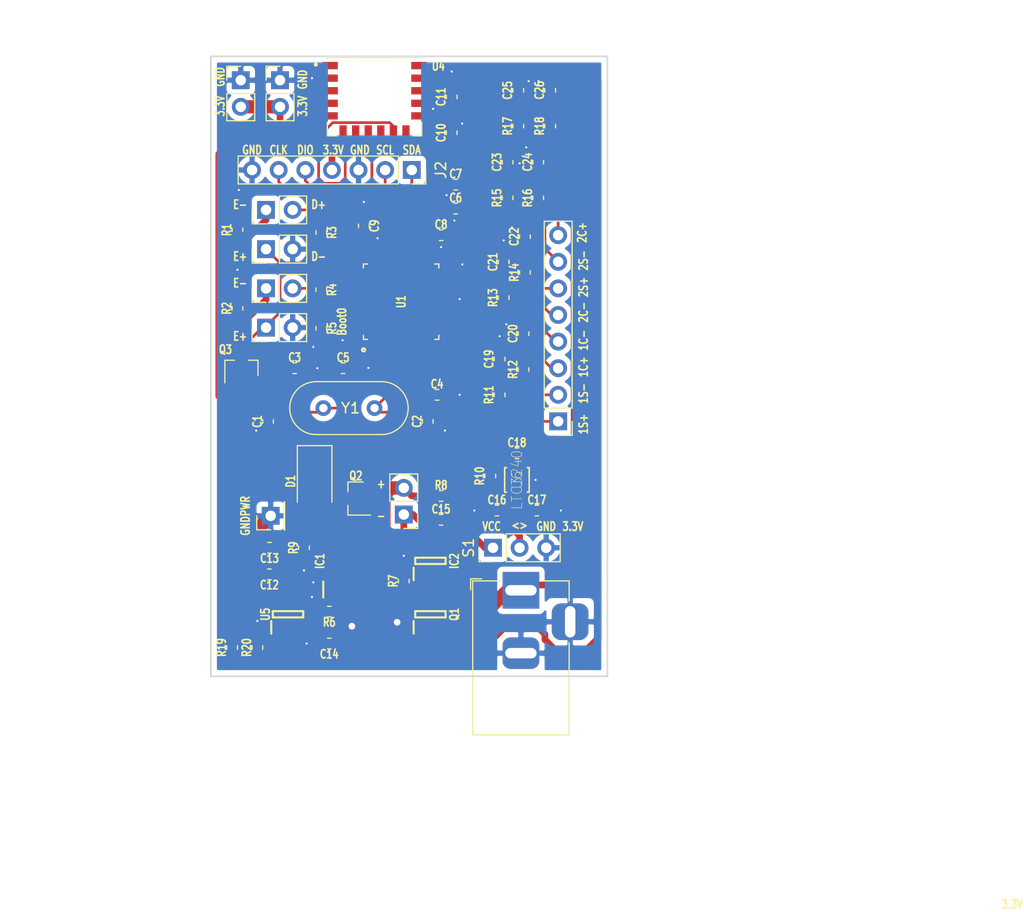
<source format=kicad_pcb>
(kicad_pcb (version 20171130) (host pcbnew 5.1.6+dfsg1-1~bpo10+1)
  (title_block (title "EncoderBoard Schematic") (rev v1.0) (company "Developed by Paul Max Avalos Aguilar"))
  (layers (0 F.Cu signal) (31 B.Cu signal) (34 B.Paste user) (35 F.Paste user) (36 B.SilkS user) (37 F.SilkS user) (38 B.Mask user) (39 F.Mask user) (44 Edge.Cuts user))
  (net 0 "")
  (net 1 GND)
  (net 2 +3V3)
  (net 3 "Net-(R1-Pad1)")
  (net 4 "Net-(R2-Pad1)")
  (net 5 /SWCLK)
  (net 6 /SWDIO)
  (net 7 "Net-(D1-Pad1)")
  (net 8 "Net-(IC2-Pad2)")
  (net 9 /EncEnable)
  (net 10 "Net-(Q3-Pad3)")
  (net 11 "Net-(IC1-Pad2)")
  (net 12 "Net-(C1-Pad2)")
  (net 13 Batt-)
  (net 14 "Net-(C2-Pad2)")
  (net 15 "Net-(C4-Pad1)")
  (net 16 "Net-(C15-Pad1)")
  (net 17 "Net-(C16-Pad2)")
  (net 18 "Net-(C18-Pad1)")
  (net 19 "Net-(C18-Pad2)")
  (net 20 Batt+)
  (net 21 "Net-(IC2-Pad1)")
  (net 22 "Net-(IC2-Pad3)")
  (net 23 /2COS-)
  (net 24 /2COS+)
  (net 25 /2SIN-)
  (net 26 /2SIN+)
  (net 27 /1COS-)
  (net 28 /1COS+)
  (net 29 /1SIN-)
  (net 30 /1SIN+)
  (net 31 /I2C2SCL)
  (net 32 /I2C2SDA)
  (net 33 /LPTIM1_IN2)
  (net 34 /LPTIM1_IN1)
  (net 35 "Net-(R5-Pad1)")
  (net 36 "Net-(R10-Pad2)")
  (net 37 /BLERX)
  (net 38 /BLETX)
  (net 39 "Net-(J1-Pad8)")
  (net 40 "Net-(J1-Pad7)")
  (net 41 "Net-(J1-Pad6)")
  (net 42 "Net-(J1-Pad5)")
  (net 43 "Net-(J1-Pad4)")
  (net 44 "Net-(J1-Pad3)")
  (net 45 "Net-(J1-Pad2)")
  (net 46 "Net-(J1-Pad1)")
  (net 47 "Net-(R19-Pad2)")
  (net 48 VCC)
  (module Encoder:PinHeader_2x02_P2.54mm_Vertical (layer F.Cu) (at 110.617 104.9528 90)
    (fp_text reference U2)
    (fp_text value OPTO_Conn)
    (pad 2 thru_hole rect (at 2.159 -1.2065 90) (size 1.7 1.7) (drill 1) (layers *.Cu *.Mask) (net 3 "Net-(R1-Pad1)"))
    (pad 3 thru_hole oval (at 2.159 1.3335 90) (size 1.7 1.7) (drill 1) (layers *.Cu *.Mask) (net 33 /LPTIM1_IN2))
    (pad 1 thru_hole rect (at -1.5875 -1.2065 90) (size 1.7 1.7) (drill 1) (layers *.Cu *.Mask) (net 10 "Net-(Q3-Pad3)"))
    (pad 4 thru_hole oval (at -1.5875 1.3335 90) (size 1.7 1.7) (drill 1) (layers *.Cu *.Mask) (net 1 GND))
  )
  (module Encoder:PinHeader_2x02_P2.54mm_Vertical (layer F.Cu) (at 108.585 91.6178)
    (fp_text reference J6)
    (fp_text value MagSensors_Power)
    (pad 2 thru_hole rect (at 2.159 -1.2065) (size 1.7 1.7) (drill 1) (layers *.Cu *.Mask) (net 1 GND))
    (pad 3 thru_hole oval (at 2.159 1.3335) (size 1.7 1.7) (drill 1) (layers *.Cu *.Mask) (net 2 +3V3))
    (pad 1 thru_hole rect (at -1.5875 -1.2065) (size 1.7 1.7) (drill 1) (layers *.Cu *.Mask) (net 1 GND))
    (pad 4 thru_hole oval (at -1.5875 1.3335) (size 1.7 1.7) (drill 1) (layers *.Cu *.Mask) (net 2 +3V3))
  )
  (module Encoder:PinHeader_1x07_P2.54mm_Vertical (layer F.Cu) (at 123.317 98.9838 270)
    (fp_text reference J2 (at 0 -2.77 90) (layer F.SilkS))
    (fp_text value OLED/SWD_Conn)
    (pad 7 thru_hole oval (at 0 15.24 270) (size 1.7 1.7) (drill 1) (layers *.Cu *.Mask) (net 1 GND))
    (pad 6 thru_hole oval (at 0 12.7 270) (size 1.7 1.7) (drill 1) (layers *.Cu *.Mask) (net 5 /SWCLK))
    (pad 5 thru_hole oval (at 0 10.16 270) (size 1.7 1.7) (drill 1) (layers *.Cu *.Mask) (net 6 /SWDIO))
    (pad 4 thru_hole oval (at 0 7.62 270) (size 1.7 1.7) (drill 1) (layers *.Cu *.Mask) (net 2 +3V3))
    (pad 3 thru_hole oval (at 0 5.08 270) (size 1.7 1.7) (drill 1) (layers *.Cu *.Mask) (net 1 GND))
    (pad 2 thru_hole oval (at 0 2.54 270) (size 1.7 1.7) (drill 1) (layers *.Cu *.Mask) (net 31 /I2C2SCL))
    (pad 1 thru_hole rect (at 0 0 270) (size 1.7 1.7) (drill 1) (layers *.Cu *.Mask) (net 32 /I2C2SDA))
  )
  (module Encoder:R_0603_1608Metric_Pad1.05x0.95mm_HandSolder (layer F.Cu) (at 114.681 104.9528 90)
    (fp_text reference R3 (at 0 1.016 90) (layer F.SilkS) (effects (font (size 0.8128 0.6096) (thickness 0.1524))))
    (fp_text value 1.2K)
    (pad 2 smd roundrect (at 0.875 0 90) (size 1.05 0.95) (layers F.Cu F.Paste F.Mask) (net 33 /LPTIM1_IN2))
    (pad 1 smd roundrect (at -0.875 0 90) (size 1.05 0.95) (layers F.Cu F.Paste F.Mask) (net 10 "Net-(Q3-Pad3)"))
  )
  (module Encoder:C_0603_1608Metric_Pad1.05x0.95mm_HandSolder (layer F.Cu) (at 118.745 104.3178 270)
    (fp_text reference C9 (at 0 -1.016 90) (layer F.SilkS) (effects (font (size 0.8128 0.6096) (thickness 0.1524))))
    (fp_text value 100nF)
    (pad 2 smd roundrect (at 0.875 0 270) (size 1.05 0.95) (layers F.Cu F.Paste F.Mask) (net 2 +3V3))
    (pad 1 smd roundrect (at -0.875 0 270) (size 1.05 0.95) (layers F.Cu F.Paste F.Mask) (net 1 GND))
  )
  (module Encoder:PinHeader_1x08_P2.54mm_Vertical (layer F.Cu) (at 137.287 122.9868 180)
    (fp_text reference J1)
    (fp_text value MagSensors_Conn)
    (pad 1 thru_hole rect (at 0 0 180) (size 1.7 1.7) (drill 1) (layers *.Cu *.Mask) (net 46 "Net-(J1-Pad1)"))
    (pad 2 thru_hole oval (at 0 2.54 180) (size 1.7 1.7) (drill 1) (layers *.Cu *.Mask) (net 45 "Net-(J1-Pad2)"))
    (pad 3 thru_hole oval (at 0 5.08 180) (size 1.7 1.7) (drill 1) (layers *.Cu *.Mask) (net 44 "Net-(J1-Pad3)"))
    (pad 4 thru_hole oval (at 0 7.62 180) (size 1.7 1.7) (drill 1) (layers *.Cu *.Mask) (net 43 "Net-(J1-Pad4)"))
    (pad 5 thru_hole oval (at 0 10.16 180) (size 1.7 1.7) (drill 1) (layers *.Cu *.Mask) (net 42 "Net-(J1-Pad5)"))
    (pad 6 thru_hole oval (at 0 12.7 180) (size 1.7 1.7) (drill 1) (layers *.Cu *.Mask) (net 41 "Net-(J1-Pad6)"))
    (pad 7 thru_hole oval (at 0 15.24 180) (size 1.7 1.7) (drill 1) (layers *.Cu *.Mask) (net 40 "Net-(J1-Pad7)"))
    (pad 8 thru_hole oval (at 0 17.78 180) (size 1.7 1.7) (drill 1) (layers *.Cu *.Mask) (net 39 "Net-(J1-Pad8)"))
  )
  (module Encoder:R_0603_1608Metric_Pad1.05x0.95mm_HandSolder (layer F.Cu) (at 132.08 111.1758 270)
    (fp_text reference R13 (at 0 1.016 90) (layer F.SilkS) (effects (font (size 0.8128 0.6096) (thickness 0.1524))))
    (fp_text value 100)
    (pad 2 smd roundrect (at 0.875 0 270) (size 1.05 0.95) (layers F.Cu F.Paste F.Mask) (net 44 "Net-(J1-Pad3)"))
    (pad 1 smd roundrect (at -0.875 0 270) (size 1.05 0.95) (layers F.Cu F.Paste F.Mask) (net 28 /1COS+))
  )
  (module Encoder:R_0603_1608Metric_Pad1.05x0.95mm_HandSolder (layer F.Cu) (at 134.112 108.7628 270)
    (fp_text reference R14 (at 0 1.016 90) (layer F.SilkS) (effects (font (size 0.8128 0.6096) (thickness 0.1524))))
    (fp_text value 100)
    (pad 2 smd roundrect (at 0.875 0 270) (size 1.05 0.95) (layers F.Cu F.Paste F.Mask) (net 43 "Net-(J1-Pad4)"))
    (pad 1 smd roundrect (at -0.875 0 270) (size 1.05 0.95) (layers F.Cu F.Paste F.Mask) (net 27 /1COS-))
  )
  (module Encoder:R_0603_1608Metric_Pad1.05x0.95mm_HandSolder (layer F.Cu) (at 132.461 101.6508 270)
    (fp_text reference R15 (at 0 1.016 90) (layer F.SilkS) (effects (font (size 0.8128 0.6096) (thickness 0.1524))))
    (fp_text value 100)
    (pad 2 smd roundrect (at 0.875 0 270) (size 1.05 0.95) (layers F.Cu F.Paste F.Mask) (net 42 "Net-(J1-Pad5)"))
    (pad 1 smd roundrect (at -0.875 0 270) (size 1.05 0.95) (layers F.Cu F.Paste F.Mask) (net 23 /2COS-))
  )
  (module Encoder:R_0603_1608Metric_Pad1.05x0.95mm_HandSolder (layer F.Cu) (at 135.382 101.6508 270)
    (fp_text reference R16 (at 0 1.016 90) (layer F.SilkS) (effects (font (size 0.8128 0.6096) (thickness 0.1524))))
    (fp_text value 100)
    (pad 2 smd roundrect (at 0.875 0 270) (size 1.05 0.95) (layers F.Cu F.Paste F.Mask) (net 41 "Net-(J1-Pad6)"))
    (pad 1 smd roundrect (at -0.875 0 270) (size 1.05 0.95) (layers F.Cu F.Paste F.Mask) (net 26 /2SIN+))
  )
  (module Encoder:R_0603_1608Metric_Pad1.05x0.95mm_HandSolder (layer F.Cu) (at 136.525 94.7928 270)
    (fp_text reference R18 (at 0 1.016 90) (layer F.SilkS) (effects (font (size 0.8128 0.6096) (thickness 0.1524))))
    (fp_text value 100)
    (pad 2 smd roundrect (at 0.875 0 270) (size 1.05 0.95) (layers F.Cu F.Paste F.Mask) (net 39 "Net-(J1-Pad8)"))
    (pad 1 smd roundrect (at -0.875 0 270) (size 1.05 0.95) (layers F.Cu F.Paste F.Mask) (net 24 /2COS+))
  )
  (module Encoder:R_0603_1608Metric_Pad1.05x0.95mm_HandSolder (layer F.Cu) (at 133.477 94.7928 270)
    (fp_text reference R17 (at 0 1.016 90) (layer F.SilkS) (effects (font (size 0.8128 0.6096) (thickness 0.1524))))
    (fp_text value 100)
    (pad 2 smd roundrect (at 0.875 0 270) (size 1.05 0.95) (layers F.Cu F.Paste F.Mask) (net 40 "Net-(J1-Pad7)"))
    (pad 1 smd roundrect (at -0.875 0 270) (size 1.05 0.95) (layers F.Cu F.Paste F.Mask) (net 25 /2SIN-))
  )
  (module Encoder:R_0603_1608Metric_Pad1.05x0.95mm_HandSolder (layer F.Cu) (at 131.699 120.4468 270)
    (fp_text reference R11 (at 0 1.016 90) (layer F.SilkS) (effects (font (size 0.8128 0.6096) (thickness 0.1524))))
    (fp_text value 100)
    (pad 2 smd roundrect (at 0.875 0 270) (size 1.05 0.95) (layers F.Cu F.Paste F.Mask) (net 46 "Net-(J1-Pad1)"))
    (pad 1 smd roundrect (at -0.875 0 270) (size 1.05 0.95) (layers F.Cu F.Paste F.Mask) (net 30 /1SIN+))
  )
  (module Encoder:C_0603_1608Metric_Pad1.05x0.95mm_HandSolder (layer F.Cu) (at 134.112 105.3478 270)
    (fp_text reference C22 (at 0 1.016 90) (layer F.SilkS) (effects (font (size 0.8128 0.6096) (thickness 0.1524))))
    (fp_text value 3.2uF)
    (pad 2 smd roundrect (at 0.875 0 270) (size 1.05 0.95) (layers F.Cu F.Paste F.Mask) (net 27 /1COS-))
    (pad 1 smd roundrect (at -0.875 0 270) (size 1.05 0.95) (layers F.Cu F.Paste F.Mask) (net 1 GND))
  )
  (module Encoder:R_0603_1608Metric_Pad1.05x0.95mm_HandSolder (layer F.Cu) (at 133.985 118.0338 270)
    (fp_text reference R12 (at 0 1.016 90) (layer F.SilkS) (effects (font (size 0.8128 0.6096) (thickness 0.1524))))
    (fp_text value 100)
    (pad 2 smd roundrect (at 0.875 0 270) (size 1.05 0.95) (layers F.Cu F.Paste F.Mask) (net 45 "Net-(J1-Pad2)"))
    (pad 1 smd roundrect (at -0.875 0 270) (size 1.05 0.95) (layers F.Cu F.Paste F.Mask) (net 29 /1SIN-))
  )
  (module Encoder:C_0603_1608Metric_Pad1.05x0.95mm_HandSolder (layer F.Cu) (at 133.985 114.6188 270)
    (fp_text reference C20 (at -0.014 1.016 90) (layer F.SilkS) (effects (font (size 0.8128 0.6096) (thickness 0.1524))))
    (fp_text value 3.2uF)
    (pad 2 smd roundrect (at 0.875 0 270) (size 1.05 0.95) (layers F.Cu F.Paste F.Mask) (net 29 /1SIN-))
    (pad 1 smd roundrect (at -0.875 0 270) (size 1.05 0.95) (layers F.Cu F.Paste F.Mask) (net 1 GND))
  )
  (module Encoder:C_0603_1608Metric_Pad1.05x0.95mm_HandSolder (layer F.Cu) (at 132.08 107.7608 270)
    (fp_text reference C21 (at 0 1.016 90) (layer F.SilkS) (effects (font (size 0.8128 0.6096) (thickness 0.1524))))
    (fp_text value 3.2uF)
    (pad 2 smd roundrect (at 0.875 0 270) (size 1.05 0.95) (layers F.Cu F.Paste F.Mask) (net 28 /1COS+))
    (pad 1 smd roundrect (at -0.875 0 270) (size 1.05 0.95) (layers F.Cu F.Paste F.Mask) (net 1 GND))
  )
  (module Encoder:C_0603_1608Metric_Pad1.05x0.95mm_HandSolder (layer F.Cu) (at 132.461 98.2358 270)
    (fp_text reference C23 (at 0 1.016 90) (layer F.SilkS) (effects (font (size 0.8128 0.6096) (thickness 0.1524))))
    (fp_text value 3.2uF)
    (pad 2 smd roundrect (at 0.875 0 270) (size 1.05 0.95) (layers F.Cu F.Paste F.Mask) (net 23 /2COS-))
    (pad 1 smd roundrect (at -0.875 0 270) (size 1.05 0.95) (layers F.Cu F.Paste F.Mask) (net 1 GND))
  )
  (module Encoder:C_0603_1608Metric_Pad1.05x0.95mm_HandSolder (layer F.Cu) (at 133.477 91.3778 270)
    (fp_text reference C25 (at 0 1.016 90) (layer F.SilkS) (effects (font (size 0.8128 0.6096) (thickness 0.1524))))
    (fp_text value 3.2uF)
    (pad 2 smd roundrect (at 0.875 0 270) (size 1.05 0.95) (layers F.Cu F.Paste F.Mask) (net 25 /2SIN-))
    (pad 1 smd roundrect (at -0.875 0 270) (size 1.05 0.95) (layers F.Cu F.Paste F.Mask) (net 1 GND))
  )
  (module Encoder:C_0603_1608Metric_Pad1.05x0.95mm_HandSolder (layer F.Cu) (at 135.382 98.2358 270)
    (fp_text reference C24 (at -0.014 1.016 90) (layer F.SilkS) (effects (font (size 0.8128 0.6096) (thickness 0.1524))))
    (fp_text value 3.2uF)
    (pad 2 smd roundrect (at 0.875 0 270) (size 1.05 0.95) (layers F.Cu F.Paste F.Mask) (net 26 /2SIN+))
    (pad 1 smd roundrect (at -0.875 0 270) (size 1.05 0.95) (layers F.Cu F.Paste F.Mask) (net 1 GND))
  )
  (module Encoder:C_0603_1608Metric_Pad1.05x0.95mm_HandSolder (layer F.Cu) (at 131.699 117.0318 270)
    (fp_text reference C19 (at 0 1.016 90) (layer F.SilkS) (effects (font (size 0.8128 0.6096) (thickness 0.1524))))
    (fp_text value 3.2uF)
    (pad 2 smd roundrect (at 0.875 0 270) (size 1.05 0.95) (layers F.Cu F.Paste F.Mask) (net 30 /1SIN+))
    (pad 1 smd roundrect (at -0.875 0 270) (size 1.05 0.95) (layers F.Cu F.Paste F.Mask) (net 1 GND))
  )
  (module Encoder:C_0603_1608Metric_Pad1.05x0.95mm_HandSolder (layer F.Cu) (at 136.525 91.3778 270)
    (fp_text reference C26 (at -0.014 1.016 90) (layer F.SilkS) (effects (font (size 0.8128 0.6096) (thickness 0.1524))))
    (fp_text value 3.2uF)
    (pad 2 smd roundrect (at 0.875 0 270) (size 1.05 0.95) (layers F.Cu F.Paste F.Mask) (net 24 /2COS+))
    (pad 1 smd roundrect (at -0.875 0 270) (size 1.05 0.95) (layers F.Cu F.Paste F.Mask) (net 1 GND))
  )
  (module Encoder:C_0603_1608Metric_Pad1.05x0.95mm_HandSolder (layer F.Cu) (at 135.255 131.4958)
    (fp_text reference C17 (at 0 -1.016) (layer F.SilkS) (effects (font (size 0.8128 0.6096) (thickness 0.1524))))
    (fp_text value 4.7uF)
    (pad 2 smd roundrect (at 0.875 0) (size 1.05 0.95) (layers F.Cu F.Paste F.Mask) (net 1 GND))
    (pad 1 smd roundrect (at -0.875 0) (size 1.05 0.95) (layers F.Cu F.Paste F.Mask) (net 2 +3V3))
  )
  (module Encoder:C_0603_1608Metric_Pad1.05x0.95mm_HandSolder (layer F.Cu) (at 133.35 126.0348)
    (fp_text reference C18 (at 0 -1.016) (layer F.SilkS) (effects (font (size 0.8128 0.6096) (thickness 0.1524))))
    (fp_text value 1uF)
    (pad 2 smd roundrect (at 0.875 0) (size 1.05 0.95) (layers F.Cu F.Paste F.Mask) (net 19 "Net-(C18-Pad2)"))
    (pad 1 smd roundrect (at -0.875 0) (size 1.05 0.95) (layers F.Cu F.Paste F.Mask) (net 18 "Net-(C18-Pad1)"))
  )
  (module Encoder:C_0603_1608Metric_Pad1.05x0.95mm_HandSolder (layer F.Cu) (at 131.445 131.4958)
    (fp_text reference C16 (at 0 -1.016) (layer F.SilkS) (effects (font (size 0.8128 0.6096) (thickness 0.1524))))
    (fp_text value 1uF)
    (pad 2 smd roundrect (at 0.875 0) (size 1.05 0.95) (layers F.Cu F.Paste F.Mask) (net 17 "Net-(C16-Pad2)"))
    (pad 1 smd roundrect (at -0.875 0) (size 1.05 0.95) (layers F.Cu F.Paste F.Mask) (net 1 GND))
  )
  (module Encoder:R_0603_1608Metric_Pad1.05x0.95mm_HandSolder (layer F.Cu) (at 130.81 128.1938 90)
    (fp_text reference R10 (at 0 -1.016 90) (layer F.SilkS) (effects (font (size 0.8128 0.6096) (thickness 0.1524))))
    (fp_text value 10K)
    (pad 2 smd roundrect (at 0.875 0 90) (size 1.05 0.95) (layers F.Cu F.Paste F.Mask) (net 36 "Net-(R10-Pad2)"))
    (pad 1 smd roundrect (at -0.875 0 90) (size 1.05 0.95) (layers F.Cu F.Paste F.Mask) (net 17 "Net-(C16-Pad2)"))
  )
  (module Encoder:DFN-6_DC (layer F.Cu) (at 133.35 128.5748 90)
    (fp_text reference U6 (at 0 0 90) (layer F.SilkS) (effects (font (size 1 0.9) (thickness 0.05))))
    (fp_text value LTC3240 (at 0 0 90) (layer F.SilkS) (effects (font (size 1 0.9) (thickness 0.05))))
    (pad 7 smd rect (at 0 0 90) (size 0.61 1.42) (layers F.Cu F.Paste F.Mask) (net 1 GND))
    (pad 6 smd rect (at 0.9524 -0.5 90) (size 0.8048 0.3) (layers F.Cu F.Paste F.Mask) (net 36 "Net-(R10-Pad2)"))
    (pad 5 smd rect (at 0.9524 0 90) (size 0.8048 0.3) (layers F.Cu F.Paste F.Mask) (net 18 "Net-(C18-Pad1)"))
    (pad 4 smd rect (at 0.9524 0.5 90) (size 0.8048 0.3) (layers F.Cu F.Paste F.Mask) (net 19 "Net-(C18-Pad2)"))
    (pad 3 smd rect (at -0.9524 0.5 90) (size 0.8048 0.3) (layers F.Cu F.Paste F.Mask) (net 2 +3V3))
    (pad 2 smd rect (at -0.9524 0 90) (size 0.8048 0.3) (layers F.Cu F.Paste F.Mask) (net 17 "Net-(C16-Pad2)"))
    (pad 1 smd rect (at -0.9524 -0.5 90) (size 0.8048 0.3) (layers F.Cu F.Paste F.Mask) (net 1 GND))
  )
  (module Encoder:R_0603_1608Metric_Pad1.05x0.95mm_HandSolder (layer F.Cu) (at 106.68 112.1918 90)
    (fp_text reference R2 (at 0 -1.016 90) (layer F.SilkS) (effects (font (size 0.8128 0.6096) (thickness 0.1524))))
    (fp_text value 560)
    (pad 2 smd roundrect (at 0.875 0 90) (size 1.05 0.95) (layers F.Cu F.Paste F.Mask) (net 1 GND))
    (pad 1 smd roundrect (at -0.875 0 90) (size 1.05 0.95) (layers F.Cu F.Paste F.Mask) (net 4 "Net-(R2-Pad1)"))
  )
  (module Encoder:R_0603_1608Metric_Pad1.05x0.95mm_HandSolder (layer F.Cu) (at 106.68 104.6988 90)
    (fp_text reference R1 (at 0 -1.016 90) (layer F.SilkS) (effects (font (size 0.8128 0.6096) (thickness 0.1524))))
    (fp_text value 560)
    (pad 2 smd roundrect (at 0.875 0 90) (size 1.05 0.95) (layers F.Cu F.Paste F.Mask) (net 1 GND))
    (pad 1 smd roundrect (at -0.875 0 90) (size 1.05 0.95) (layers F.Cu F.Paste F.Mask) (net 3 "Net-(R1-Pad1)"))
  )
  (module Encoder:LQFP-48_7x7mm_P0.5mm (layer F.Cu) (at 122.301 111.5568 90)
    (fp_text reference U1 (at 0 0 90) (layer F.SilkS) (effects (font (size 0.8128 0.6096) (thickness 0.1524))))
    (fp_text value STM32G431CBT6)
    (pad 48 smd rect (at -2.75 -4.18 90) (size 0.28 1.56) (layers F.Cu F.Paste F.Mask) (net 2 +3V3))
    (pad 47 smd rect (at -2.25 -4.18 90) (size 0.28 1.56) (layers F.Cu F.Paste F.Mask) (net 1 GND))
    (pad 46 smd rect (at -1.75 -4.18 90) (size 0.28 1.56) (layers F.Cu F.Paste F.Mask) (net 9 /EncEnable))
    (pad 45 smd rect (at -1.25 -4.18 90) (size 0.28 1.56) (layers F.Cu F.Paste F.Mask) (net 35 "Net-(R5-Pad1)"))
    (pad 44 smd rect (at -0.75 -4.18 90) (size 0.28 1.56) (layers F.Cu F.Paste F.Mask) (net 33 /LPTIM1_IN2))
    (pad 43 smd rect (at -0.25 -4.18 90) (size 0.28 1.56) (layers F.Cu F.Paste F.Mask) (net 37 /BLERX))
    (pad 42 smd rect (at 0.25 -4.18 90) (size 0.28 1.56) (layers F.Cu F.Paste F.Mask) (net 34 /LPTIM1_IN1))
    (pad 41 smd rect (at 0.75 -4.18 90) (size 0.28 1.56) (layers F.Cu F.Paste F.Mask))
    (pad 40 smd rect (at 1.25 -4.18 90) (size 0.28 1.56) (layers F.Cu F.Paste F.Mask) (net 34 /LPTIM1_IN1))
    (pad 39 smd rect (at 1.75 -4.18 90) (size 0.28 1.56) (layers F.Cu F.Paste F.Mask) (net 33 /LPTIM1_IN2))
    (pad 38 smd rect (at 2.25 -4.18 90) (size 0.28 1.56) (layers F.Cu F.Paste F.Mask) (net 5 /SWCLK))
    (pad 37 smd rect (at 2.75 -4.18 90) (size 0.28 1.56) (layers F.Cu F.Paste F.Mask) (net 6 /SWDIO))
    (pad 36 smd rect (at 4.18 -2.75 180) (size 0.28 1.56) (layers F.Cu F.Paste F.Mask) (net 2 +3V3))
    (pad 35 smd rect (at 4.18 -2.25 180) (size 0.28 1.56) (layers F.Cu F.Paste F.Mask) (net 1 GND))
    (pad 34 smd rect (at 4.18 -1.75 180) (size 0.28 1.56) (layers F.Cu F.Paste F.Mask))
    (pad 33 smd rect (at 4.18 -1.25 180) (size 0.28 1.56) (layers F.Cu F.Paste F.Mask))
    (pad 32 smd rect (at 4.18 -0.75 180) (size 0.28 1.56) (layers F.Cu F.Paste F.Mask) (net 38 /BLETX))
    (pad 31 smd rect (at 4.18 -0.25 180) (size 0.28 1.56) (layers F.Cu F.Paste F.Mask) (net 31 /I2C2SCL))
    (pad 30 smd rect (at 4.18 0.25 180) (size 0.28 1.56) (layers F.Cu F.Paste F.Mask) (net 32 /I2C2SDA))
    (pad 29 smd rect (at 4.18 0.75 180) (size 0.28 1.56) (layers F.Cu F.Paste F.Mask))
    (pad 28 smd rect (at 4.18 1.25 180) (size 0.28 1.56) (layers F.Cu F.Paste F.Mask) (net 47 "Net-(R19-Pad2)"))
    (pad 27 smd rect (at 4.18 1.75 180) (size 0.28 1.56) (layers F.Cu F.Paste F.Mask))
    (pad 26 smd rect (at 4.18 2.25 180) (size 0.28 1.56) (layers F.Cu F.Paste F.Mask) (net 48 VCC))
    (pad 25 smd rect (at 4.18 2.75 180) (size 0.28 1.56) (layers F.Cu F.Paste F.Mask))
    (pad 24 smd rect (at 2.75 4.18 90) (size 0.28 1.56) (layers F.Cu F.Paste F.Mask) (net 2 +3V3))
    (pad 23 smd rect (at 2.25 4.18 90) (size 0.28 1.56) (layers F.Cu F.Paste F.Mask) (net 1 GND))
    (pad 22 smd rect (at 1.75 4.18 90) (size 0.28 1.56) (layers F.Cu F.Paste F.Mask))
    (pad 21 smd rect (at 1.25 4.18 90) (size 0.28 1.56) (layers F.Cu F.Paste F.Mask) (net 2 +3V3))
    (pad 20 smd rect (at 0.75 4.18 90) (size 0.28 1.56) (layers F.Cu F.Paste F.Mask))
    (pad 19 smd rect (at 0.25 4.18 90) (size 0.28 1.56) (layers F.Cu F.Paste F.Mask) (net 1 GND))
    (pad 18 smd rect (at -0.25 4.18 90) (size 0.28 1.56) (layers F.Cu F.Paste F.Mask) (net 24 /2COS+))
    (pad 17 smd rect (at -0.75 4.18 90) (size 0.28 1.56) (layers F.Cu F.Paste F.Mask))
    (pad 16 smd rect (at -1.25 4.18 90) (size 0.28 1.56) (layers F.Cu F.Paste F.Mask))
    (pad 15 smd rect (at -1.75 4.18 90) (size 0.28 1.56) (layers F.Cu F.Paste F.Mask) (net 25 /2SIN-))
    (pad 14 smd rect (at -2.25 4.18 90) (size 0.28 1.56) (layers F.Cu F.Paste F.Mask) (net 26 /2SIN+))
    (pad 13 smd rect (at -2.75 4.18 90) (size 0.28 1.56) (layers F.Cu F.Paste F.Mask) (net 23 /2COS-))
    (pad 12 smd rect (at -4.18 2.75 180) (size 0.28 1.56) (layers F.Cu F.Paste F.Mask))
    (pad 11 smd rect (at -4.18 2.25 180) (size 0.28 1.56) (layers F.Cu F.Paste F.Mask) (net 27 /1COS-))
    (pad 10 smd rect (at -4.18 1.75 180) (size 0.28 1.56) (layers F.Cu F.Paste F.Mask) (net 28 /1COS+))
    (pad 9 smd rect (at -4.18 1.25 180) (size 0.28 1.56) (layers F.Cu F.Paste F.Mask) (net 29 /1SIN-))
    (pad 8 smd rect (at -4.18 0.75 180) (size 0.28 1.56) (layers F.Cu F.Paste F.Mask) (net 30 /1SIN+))
    (pad 7 smd rect (at -4.18 0.25 180) (size 0.28 1.56) (layers F.Cu F.Paste F.Mask) (net 15 "Net-(C4-Pad1)"))
    (pad 6 smd rect (at -4.18 -0.25 180) (size 0.28 1.56) (layers F.Cu F.Paste F.Mask) (net 14 "Net-(C2-Pad2)"))
    (pad 5 smd rect (at -4.18 -0.75 180) (size 0.28 1.56) (layers F.Cu F.Paste F.Mask) (net 12 "Net-(C1-Pad2)"))
    (pad 4 smd rect (at -4.18 -1.25 180) (size 0.28 1.56) (layers F.Cu F.Paste F.Mask))
    (pad 3 smd rect (at -4.18 -1.75 180) (size 0.28 1.56) (layers F.Cu F.Paste F.Mask))
    (pad 2 smd rect (at -4.18 -2.25 180) (size 0.28 1.56) (layers F.Cu F.Paste F.Mask))
    (pad 1 smd rect (at -4.18 -2.75 180) (size 0.28 1.56) (layers F.Cu F.Paste F.Mask))
  )
  (module Encoder:R_0603_1608Metric_Pad1.05x0.95mm_HandSolder (layer F.Cu) (at 114.681 110.4138 90)
    (fp_text reference R4 (at 0 1.016 90) (layer F.SilkS) (effects (font (size 0.8128 0.6096) (thickness 0.1524))))
    (fp_text value 1.2K)
    (pad 2 smd roundrect (at 0.875 0 90) (size 1.05 0.95) (layers F.Cu F.Paste F.Mask) (net 34 /LPTIM1_IN1))
    (pad 1 smd roundrect (at -0.875 0 90) (size 1.05 0.95) (layers F.Cu F.Paste F.Mask) (net 10 "Net-(Q3-Pad3)"))
  )
  (module Encoder:SOT-23 (layer F.Cu) (at 107.061 117.9068 90)
    (fp_text reference Q3 (at 1.778 -1.524 180) (layer F.SilkS) (effects (font (size 0.8128 0.6096) (thickness 0.1524))))
    (fp_text value Q_PMOS_GSD)
    (pad 3 smd rect (at 1 0 90) (size 0.9 0.8) (layers F.Cu F.Paste F.Mask) (net 10 "Net-(Q3-Pad3)"))
    (pad 2 smd rect (at -1 0.95 90) (size 0.9 0.8) (layers F.Cu F.Paste F.Mask) (net 2 +3V3))
    (pad 1 smd rect (at -1 -0.95 90) (size 0.9 0.8) (layers F.Cu F.Paste F.Mask) (net 9 /EncEnable))
  )
  (module Encoder:C_0603_1608Metric_Pad1.05x0.95mm_HandSolder (layer F.Cu) (at 109.601 122.9868 90)
    (fp_text reference C1 (at 0 -1.016 90) (layer F.SilkS) (effects (font (size 0.8128 0.6096) (thickness 0.1524))))
    (fp_text value 12pF)
    (pad 2 smd roundrect (at 0.875 0 90) (size 1.05 0.95) (layers F.Cu F.Paste F.Mask) (net 12 "Net-(C1-Pad2)"))
    (pad 1 smd roundrect (at -0.875 0 90) (size 1.05 0.95) (layers F.Cu F.Paste F.Mask) (net 1 GND))
  )
  (module Encoder:C_0603_1608Metric_Pad1.05x0.95mm_HandSolder (layer F.Cu) (at 124.841 122.9868 90)
    (fp_text reference C2 (at 0 -1.016 90) (layer F.SilkS) (effects (font (size 0.8128 0.6096) (thickness 0.1524))))
    (fp_text value 12pF)
    (pad 2 smd roundrect (at 0.875 0 90) (size 1.05 0.95) (layers F.Cu F.Paste F.Mask) (net 14 "Net-(C2-Pad2)"))
    (pad 1 smd roundrect (at -0.875 0 90) (size 1.05 0.95) (layers F.Cu F.Paste F.Mask) (net 1 GND))
  )
  (module Encoder:C_0603_1608Metric_Pad1.05x0.95mm_HandSolder (layer F.Cu) (at 112.141 117.9068)
    (fp_text reference C3 (at 0 -1.016) (layer F.SilkS) (effects (font (size 0.8128 0.6096) (thickness 0.1524))))
    (fp_text value 4.7uF)
    (pad 2 smd roundrect (at 0.875 0) (size 1.05 0.95) (layers F.Cu F.Paste F.Mask) (net 1 GND))
    (pad 1 smd roundrect (at -0.875 0) (size 1.05 0.95) (layers F.Cu F.Paste F.Mask) (net 2 +3V3))
  )
  (module Encoder:C_0603_1608Metric_Pad1.05x0.95mm_HandSolder (layer F.Cu) (at 125.73 120.4468)
    (fp_text reference C4 (at 0 -1.016) (layer F.SilkS) (effects (font (size 0.8128 0.6096) (thickness 0.1524))))
    (fp_text value 100nF)
    (pad 2 smd roundrect (at 0.875 0) (size 1.05 0.95) (layers F.Cu F.Paste F.Mask) (net 1 GND))
    (pad 1 smd roundrect (at -0.875 0) (size 1.05 0.95) (layers F.Cu F.Paste F.Mask) (net 15 "Net-(C4-Pad1)"))
  )
  (module Encoder:C_0603_1608Metric_Pad1.05x0.95mm_HandSolder (layer F.Cu) (at 116.7638 117.9068)
    (fp_text reference C5 (at 0 -1.016) (layer F.SilkS) (effects (font (size 0.8128 0.6096) (thickness 0.1524))))
    (fp_text value 100nF)
    (pad 2 smd roundrect (at 0.875 0) (size 1.05 0.95) (layers F.Cu F.Paste F.Mask) (net 1 GND))
    (pad 1 smd roundrect (at -0.875 0) (size 1.05 0.95) (layers F.Cu F.Paste F.Mask) (net 2 +3V3))
  )
  (module Encoder:C_0603_1608Metric_Pad1.05x0.95mm_HandSolder (layer F.Cu) (at 127.508 102.6668 180)
    (fp_text reference C6 (at 0 1.016) (layer F.SilkS) (effects (font (size 0.8128 0.6096) (thickness 0.1524))))
    (fp_text value 1uF)
    (pad 2 smd roundrect (at 0.875 0 180) (size 1.05 0.95) (layers F.Cu F.Paste F.Mask) (net 1 GND))
    (pad 1 smd roundrect (at -0.875 0 180) (size 1.05 0.95) (layers F.Cu F.Paste F.Mask) (net 2 +3V3))
  )
  (module Encoder:C_0603_1608Metric_Pad1.05x0.95mm_HandSolder (layer F.Cu) (at 127.508 100.3808 180)
    (fp_text reference C7 (at 0 1.016) (layer F.SilkS) (effects (font (size 0.8128 0.6096) (thickness 0.1524))))
    (fp_text value 10nF)
    (pad 2 smd roundrect (at 0.875 0 180) (size 1.05 0.95) (layers F.Cu F.Paste F.Mask) (net 1 GND))
    (pad 1 smd roundrect (at -0.875 0 180) (size 1.05 0.95) (layers F.Cu F.Paste F.Mask) (net 2 +3V3))
  )
  (module Encoder:C_0603_1608Metric_Pad1.05x0.95mm_HandSolder (layer F.Cu) (at 126.111 105.2068 180)
    (fp_text reference C8 (at 0 1.016) (layer F.SilkS) (effects (font (size 0.8128 0.6096) (thickness 0.1524))))
    (fp_text value 100nF)
    (pad 2 smd roundrect (at 0.875 0 180) (size 1.05 0.95) (layers F.Cu F.Paste F.Mask) (net 1 GND))
    (pad 1 smd roundrect (at -0.875 0 180) (size 1.05 0.95) (layers F.Cu F.Paste F.Mask) (net 2 +3V3))
  )
  (module Encoder:C_0603_1608Metric_Pad1.05x0.95mm_HandSolder (layer F.Cu) (at 127.127 95.4278 90)
    (fp_text reference C10 (at 0 -1.016 90) (layer F.SilkS) (effects (font (size 0.8128 0.6096) (thickness 0.1524))))
    (fp_text value 1uF)
    (pad 2 smd roundrect (at 0.875 0 90) (size 1.05 0.95) (layers F.Cu F.Paste F.Mask) (net 1 GND))
    (pad 1 smd roundrect (at -0.875 0 90) (size 1.05 0.95) (layers F.Cu F.Paste F.Mask) (net 2 +3V3))
  )
  (module Encoder:C_0603_1608Metric_Pad1.05x0.95mm_HandSolder (layer F.Cu) (at 127.127 91.9988 90)
    (fp_text reference C11 (at 0 -1.016 90) (layer F.SilkS) (effects (font (size 0.8128 0.6096) (thickness 0.1524))))
    (fp_text value 10uF)
    (pad 2 smd roundrect (at 0.875 0 90) (size 1.05 0.95) (layers F.Cu F.Paste F.Mask) (net 1 GND))
    (pad 1 smd roundrect (at -0.875 0 90) (size 1.05 0.95) (layers F.Cu F.Paste F.Mask) (net 2 +3V3))
  )
  (module Encoder:C_0603_1608Metric_Pad1.05x0.95mm_HandSolder (layer F.Cu) (at 109.728 137.5918 180)
    (fp_text reference C12 (at 0 -1.016) (layer F.SilkS) (effects (font (size 0.8128 0.6096) (thickness 0.1524))))
    (fp_text value 1uF)
    (pad 2 smd roundrect (at 0.875 0 180) (size 1.05 0.95) (layers F.Cu F.Paste F.Mask) (net 1 GND))
    (pad 1 smd roundrect (at -0.875 0 180) (size 1.05 0.95) (layers F.Cu F.Paste F.Mask) (net 48 VCC))
  )
  (module Encoder:C_0603_1608Metric_Pad1.05x0.95mm_HandSolder (layer F.Cu) (at 109.742 135.0518 180)
    (fp_text reference C13 (at 0 -1.016) (layer F.SilkS) (effects (font (size 0.8128 0.6096) (thickness 0.1524))))
    (fp_text value 1uF)
    (pad 2 smd roundrect (at 0.875 0 180) (size 1.05 0.95) (layers F.Cu F.Paste F.Mask) (net 1 GND))
    (pad 1 smd roundrect (at -0.875 0 180) (size 1.05 0.95) (layers F.Cu F.Paste F.Mask) (net 48 VCC))
  )
  (module Encoder:C_0603_1608Metric_Pad1.05x0.95mm_HandSolder (layer F.Cu) (at 115.443 144.1958 180)
    (fp_text reference C14 (at 0 -1.016) (layer F.SilkS) (effects (font (size 0.8128 0.6096) (thickness 0.1524))))
    (fp_text value 10uF)
    (pad 2 smd roundrect (at 0.875 0 180) (size 1.05 0.95) (layers F.Cu F.Paste F.Mask) (net 1 GND))
    (pad 1 smd roundrect (at -0.875 0 180) (size 1.05 0.95) (layers F.Cu F.Paste F.Mask) (net 48 VCC))
  )
  (module Encoder:C_0603_1608Metric_Pad1.05x0.95mm_HandSolder (layer F.Cu) (at 126.111 132.3848 180)
    (fp_text reference C15 (at 0 1.016) (layer F.SilkS) (effects (font (size 0.8128 0.6096) (thickness 0.1524))))
    (fp_text value 100nF)
    (pad 2 smd roundrect (at 0.875 0 180) (size 1.05 0.95) (layers F.Cu F.Paste F.Mask) (net 13 Batt-))
    (pad 1 smd roundrect (at -0.875 0 180) (size 1.05 0.95) (layers F.Cu F.Paste F.Mask) (net 16 "Net-(C15-Pad1)"))
  )
  (module Encoder:D_SMA (layer F.Cu) (at 114.046 128.7018 270)
    (fp_text reference D1 (at 0 2.286 90) (layer F.SilkS) (effects (font (size 0.8128 0.6096) (thickness 0.1524))))
    (fp_text value D)
    (pad 2 smd rect (at 2 0 270) (size 2.5 1.8) (layers F.Cu F.Paste F.Mask) (net 48 VCC))
    (pad 1 smd rect (at -2 0 270) (size 2.5 1.8) (layers F.Cu F.Paste F.Mask) (net 7 "Net-(D1-Pad1)"))
  )
  (module "Encoder:Sop(8)" (layer F.Cu) (at 117.475 136.3218 90)
    (fp_text reference IC1 (at 0 -2.921 90) (layer F.SilkS) (effects (font (size 0.8128 0.6096) (thickness 0.1524))))
    (fp_text value TP4056 hide)
    (pad 9 smd rect (at 0 0 90) (size 2.513 3.402) (layers F.Cu F.Paste F.Mask))
    (pad 8 smd rect (at 2.712 -1.905 180) (size 0.7 1.525) (layers F.Cu F.Paste F.Mask) (net 48 VCC))
    (pad 7 smd rect (at 2.712 -0.635 180) (size 0.7 1.525) (layers F.Cu F.Paste F.Mask))
    (pad 6 smd rect (at 2.712 0.635 180) (size 0.7 1.525) (layers F.Cu F.Paste F.Mask))
    (pad 5 smd rect (at 2.712 1.905 180) (size 0.7 1.525) (layers F.Cu F.Paste F.Mask) (net 20 Batt+))
    (pad 4 smd rect (at -2.712 1.905 180) (size 0.7 1.525) (layers F.Cu F.Paste F.Mask) (net 48 VCC))
    (pad 3 smd rect (at -2.712 0.635 180) (size 0.7 1.525) (layers F.Cu F.Paste F.Mask) (net 1 GND))
    (pad 2 smd rect (at -2.712 -0.635 180) (size 0.7 1.525) (layers F.Cu F.Paste F.Mask) (net 11 "Net-(IC1-Pad2)"))
    (pad 1 smd rect (at -2.712 -1.905 180) (size 0.7 1.525) (layers F.Cu F.Paste F.Mask) (net 1 GND))
  )
  (module "Encoder:Sot-23(6)" (layer F.Cu) (at 125.095 136.3018 90)
    (fp_text reference IC2 (at -0.02 2.286 90) (layer F.SilkS) (effects (font (size 0.8128 0.6096) (thickness 0.1524))))
    (fp_text value DW01+G hide)
    (pad 6 smd rect (at 1.25 -0.95 180) (size 0.6 1.2) (layers F.Cu F.Paste F.Mask) (net 13 Batt-))
    (pad 5 smd rect (at 1.25 0 180) (size 0.6 1.2) (layers F.Cu F.Paste F.Mask) (net 16 "Net-(C15-Pad1)"))
    (pad 4 smd rect (at 1.25 0.95 180) (size 0.6 1.2) (layers F.Cu F.Paste F.Mask))
    (pad 3 smd rect (at -1.25 0.95 180) (size 0.6 1.2) (layers F.Cu F.Paste F.Mask) (net 22 "Net-(IC2-Pad3)"))
    (pad 2 smd rect (at -1.25 0 180) (size 0.6 1.2) (layers F.Cu F.Paste F.Mask) (net 8 "Net-(IC2-Pad2)"))
    (pad 1 smd rect (at -1.25 -0.95 180) (size 0.6 1.2) (layers F.Cu F.Paste F.Mask) (net 21 "Net-(IC2-Pad1)"))
  )
  (module Encoder:BarrelJack_Horizontal (layer F.Cu) (at 133.731 139.1158 90)
    (fp_text reference J3)
    (fp_text value Barrel_Jack_Switch)
    (pad 3 thru_hole roundrect (at -3 4.7 90) (size 3.5 3.5) (drill oval 3 1) (layers *.Cu *.Mask) (net 1 GND))
    (pad 2 thru_hole roundrect (at -6 0 90) (size 3 3.5) (drill oval 1 3) (layers *.Cu *.Mask) (net 1 GND))
    (pad 1 thru_hole rect (at 0 0 90) (size 3.5 3.5) (drill oval 1 3) (layers *.Cu *.Mask) (net 48 VCC))
  )
  (module Encoder:PinHeader_1x01_P2.54mm_Vertical (layer F.Cu) (at 109.855 132.0038 90)
    (fp_text reference J4)
    (fp_text value GNDPWR)
    (pad 1 thru_hole rect (at 0 0 90) (size 1.7 1.7) (drill 1) (layers *.Cu *.Mask) (net 1 GND))
  )
  (module Encoder:SOT-23 (layer F.Cu) (at 117.983 130.3528 180)
    (fp_text reference Q2 (at 0 2.159) (layer F.SilkS) (effects (font (size 0.8128 0.6096) (thickness 0.1524))))
    (fp_text value Q_PMOS_GSD)
    (pad 3 smd rect (at 1 0 180) (size 0.9 0.8) (layers F.Cu F.Paste F.Mask) (net 20 Batt+))
    (pad 2 smd rect (at -1 0.95 180) (size 0.9 0.8) (layers F.Cu F.Paste F.Mask) (net 7 "Net-(D1-Pad1)"))
    (pad 1 smd rect (at -1 -0.95 180) (size 0.9 0.8) (layers F.Cu F.Paste F.Mask) (net 48 VCC))
  )
  (module Encoder:R_0603_1608Metric_Pad1.05x0.95mm_HandSolder (layer F.Cu) (at 114.681 114.0968 270)
    (fp_text reference R5 (at 0 -1.016 90) (layer F.SilkS) (effects (font (size 0.8128 0.6096) (thickness 0.1524))))
    (fp_text value 10K)
    (pad 2 smd roundrect (at 0.875 0 270) (size 1.05 0.95) (layers F.Cu F.Paste F.Mask) (net 1 GND))
    (pad 1 smd roundrect (at -0.875 0 270) (size 1.05 0.95) (layers F.Cu F.Paste F.Mask) (net 35 "Net-(R5-Pad1)"))
  )
  (module Encoder:R_0603_1608Metric_Pad1.05x0.95mm_HandSolder (layer F.Cu) (at 115.443 141.1478 180)
    (fp_text reference R6 (at 0 -1.016) (layer F.SilkS) (effects (font (size 0.8128 0.6096) (thickness 0.1524))))
    (fp_text value 1.5K)
    (pad 2 smd roundrect (at 0.875 0 180) (size 1.05 0.95) (layers F.Cu F.Paste F.Mask) (net 1 GND))
    (pad 1 smd roundrect (at -0.875 0 180) (size 1.05 0.95) (layers F.Cu F.Paste F.Mask) (net 11 "Net-(IC1-Pad2)"))
  )
  (module Encoder:R_0603_1608Metric_Pad1.05x0.95mm_HandSolder (layer F.Cu) (at 122.555 138.2268 90)
    (fp_text reference R7 (at 0 -1.016 90) (layer F.SilkS) (effects (font (size 0.8128 0.6096) (thickness 0.1524))))
    (fp_text value 1K)
    (pad 2 smd roundrect (at 0.875 0 90) (size 1.05 0.95) (layers F.Cu F.Paste F.Mask) (net 1 GND))
    (pad 1 smd roundrect (at -0.875 0 90) (size 1.05 0.95) (layers F.Cu F.Paste F.Mask) (net 8 "Net-(IC2-Pad2)"))
  )
  (module Encoder:R_0603_1608Metric_Pad1.05x0.95mm_HandSolder (layer F.Cu) (at 126.111 130.0988)
    (fp_text reference R8 (at 0 -1.016) (layer F.SilkS) (effects (font (size 0.8128 0.6096) (thickness 0.1524))))
    (fp_text value 100)
    (pad 2 smd roundrect (at 0.875 0) (size 1.05 0.95) (layers F.Cu F.Paste F.Mask) (net 16 "Net-(C15-Pad1)"))
    (pad 1 smd roundrect (at -0.875 0) (size 1.05 0.95) (layers F.Cu F.Paste F.Mask) (net 20 Batt+))
  )
  (module Encoder:R_0603_1608Metric_Pad1.05x0.95mm_HandSolder (layer F.Cu) (at 113.03 135.0518 270)
    (fp_text reference R9 (at 0 1.016 90) (layer F.SilkS) (effects (font (size 0.8128 0.6096) (thickness 0.1524))))
    (fp_text value 10K)
    (pad 2 smd roundrect (at 0.875 0 270) (size 1.05 0.95) (layers F.Cu F.Paste F.Mask) (net 1 GND))
    (pad 1 smd roundrect (at -0.875 0 270) (size 1.05 0.95) (layers F.Cu F.Paste F.Mask) (net 48 VCC))
  )
  (module Encoder:Bluetooth_Module_RN4871 (layer F.Cu) (at 119.761 89.9668)
    (fp_text reference U4 (at 6.096 -0.889 180) (layer F.SilkS) (effects (font (size 0.8128 0.6096) (thickness 0.1524))))
    (fp_text value RN4871)
    (pad 11 smd rect (at 3 5.5) (size 0.7 1.5) (layers F.Cu F.Paste F.Mask))
    (pad 10 smd rect (at 1.8 5.5) (size 0.7 1.5) (layers F.Cu F.Paste F.Mask) (net 2 +3V3))
    (pad 9 smd rect (at 0.6 5.5) (size 0.7 1.5) (layers F.Cu F.Paste F.Mask))
    (pad 8 smd rect (at -0.6 5.5) (size 0.7 1.5) (layers F.Cu F.Paste F.Mask) (net 38 /BLETX))
    (pad 7 smd rect (at -1.8 5.5) (size 0.7 1.5) (layers F.Cu F.Paste F.Mask) (net 37 /BLERX))
    (pad 6 smd rect (at -3 5.5) (size 0.7 1.5) (layers F.Cu F.Paste F.Mask))
    (pad 16 smd rect (at 4.25 -0.95) (size 1.5 0.7) (layers F.Cu F.Paste F.Mask) (net 2 +3V3))
    (pad 15 smd rect (at 4.25 0.25) (size 1.5 0.7) (layers F.Cu F.Paste F.Mask))
    (pad 14 smd rect (at 4.25 1.45) (size 1.5 0.7) (layers F.Cu F.Paste F.Mask) (net 2 +3V3))
    (pad 13 smd rect (at 4.25 2.65) (size 1.5 0.7) (layers F.Cu F.Paste F.Mask) (net 1 GND))
    (pad 12 smd rect (at 4.25 3.85) (size 1.5 0.7) (layers F.Cu F.Paste F.Mask))
    (pad 1 smd rect (at -4.25 -0.95) (size 1.5 0.7) (layers F.Cu F.Paste F.Mask))
    (pad 2 smd rect (at -4.25 0.25) (size 1.5 0.7) (layers F.Cu F.Paste F.Mask) (net 1 GND))
    (pad 3 smd rect (at -4.25 1.45) (size 1.5 0.7) (layers F.Cu F.Paste F.Mask))
    (pad 4 smd rect (at -4.25 2.65) (size 1.5 0.7) (layers F.Cu F.Paste F.Mask))
    (pad 5 smd rect (at -4.25 3.85) (size 1.5 0.7) (layers F.Cu F.Paste F.Mask))
  )
  (module "Encoder:Sot-23(6)" (layer F.Cu) (at 111.506 141.4018 90)
    (fp_text reference U5 (at 0 -2.159 90) (layer F.SilkS) (effects (font (size 0.8128 0.6096) (thickness 0.1524))))
    (fp_text value 82402305 hide)
    (pad 6 smd rect (at 1.25 -0.95 180) (size 0.6 1.2) (layers F.Cu F.Paste F.Mask))
    (pad 5 smd rect (at 1.25 0 180) (size 0.6 1.2) (layers F.Cu F.Paste F.Mask) (net 48 VCC))
    (pad 4 smd rect (at 1.25 0.95 180) (size 0.6 1.2) (layers F.Cu F.Paste F.Mask))
    (pad 3 smd rect (at -1.25 0.95 180) (size 0.6 1.2) (layers F.Cu F.Paste F.Mask))
    (pad 2 smd rect (at -1.25 0 180) (size 0.6 1.2) (layers F.Cu F.Paste F.Mask) (net 1 GND))
    (pad 1 smd rect (at -1.25 -0.95 180) (size 0.6 1.2) (layers F.Cu F.Paste F.Mask))
  )
  (module Encoder:Crystal_HC49-U_Vertical (layer F.Cu) (at 119.761 121.7168 180)
    (fp_text reference Y1 (at 2.286 0) (layer F.SilkS))
    (fp_text value 8Mhz)
    (pad 2 thru_hole circle (at 4.88 0 180) (size 1.5 1.5) (drill 0.8) (layers *.Cu *.Mask) (net 12 "Net-(C1-Pad2)"))
    (pad 1 thru_hole circle (at 0 0 180) (size 1.5 1.5) (drill 0.8) (layers *.Cu *.Mask) (net 14 "Net-(C2-Pad2)"))
  )
  (module "Encoder:Sot-23(6)" (layer F.Cu) (at 125.095 141.4018 90)
    (fp_text reference Q1 (at 0 2.286 90) (layer F.SilkS) (effects (font (size 0.8128 0.6096) (thickness 0.1524))))
    (fp_text value DMosfet hide)
    (pad 6 smd rect (at 1.25 -0.95 180) (size 0.6 1.2) (layers F.Cu F.Paste F.Mask) (net 22 "Net-(IC2-Pad3)"))
    (pad 5 smd rect (at 1.25 0 180) (size 0.6 1.2) (layers F.Cu F.Paste F.Mask))
    (pad 4 smd rect (at 1.25 0.95 180) (size 0.6 1.2) (layers F.Cu F.Paste F.Mask) (net 21 "Net-(IC2-Pad1)"))
    (pad 3 smd rect (at -1.25 0.95 180) (size 0.6 1.2) (layers F.Cu F.Paste F.Mask) (net 13 Batt-))
    (pad 2 smd rect (at -1.25 0 180) (size 0.6 1.2) (layers F.Cu F.Paste F.Mask))
    (pad 1 smd rect (at -1.25 -0.95 180) (size 0.6 1.2) (layers F.Cu F.Paste F.Mask) (net 1 GND))
  )
  (module Encoder:R_0603_1608Metric_Pad1.05x0.95mm_HandSolder (layer F.Cu) (at 106.172 144.5768 270)
    (fp_text reference R19 (at 0 1.016 90) (layer F.SilkS) (effects (font (size 0.8128 0.6096) (thickness 0.1524))))
    (fp_text value 10K)
    (pad 2 smd roundrect (at 0.875 0 270) (size 1.05 0.95) (layers F.Cu F.Paste F.Mask) (net 47 "Net-(R19-Pad2)"))
    (pad 1 smd roundrect (at -0.875 0 270) (size 1.05 0.95) (layers F.Cu F.Paste F.Mask) (net 20 Batt+))
  )
  (module Encoder:R_0603_1608Metric_Pad1.05x0.95mm_HandSolder (layer F.Cu) (at 108.585 144.5768 90)
    (fp_text reference R20 (at 0 -1.016 90) (layer F.SilkS) (effects (font (size 0.8128 0.6096) (thickness 0.1524))))
    (fp_text value 10K)
    (pad 2 smd roundrect (at 0.875 0 90) (size 1.05 0.95) (layers F.Cu F.Paste F.Mask) (net 1 GND))
    (pad 1 smd roundrect (at -0.875 0 90) (size 1.05 0.95) (layers F.Cu F.Paste F.Mask) (net 47 "Net-(R19-Pad2)"))
  )
  (module Encoder:PinHeader_1x02_P2.54mm_Vertical (layer F.Cu) (at 122.555 131.8768 180)
    (fp_text reference J5)
    (fp_text value Batt_Conn)
    (pad 1 thru_hole rect (at 0 0 180) (size 1.7 1.7) (drill 1) (layers *.Cu *.Mask) (net 13 Batt-))
    (pad 2 thru_hole oval (at 0 2.54 180) (size 1.7 1.7) (drill 1) (layers *.Cu *.Mask) (net 20 Batt+))
  )
  (module Encoder:PinHeader_2x02_P2.54mm_Vertical (layer F.Cu) (at 110.617 112.4458 90)
    (fp_text reference U3)
    (fp_text value OPTO_Conn)
    (pad 4 thru_hole oval (at -1.5875 1.3335 90) (size 1.7 1.7) (drill 1) (layers *.Cu *.Mask) (net 1 GND))
    (pad 1 thru_hole rect (at -1.5875 -1.2065 90) (size 1.7 1.7) (drill 1) (layers *.Cu *.Mask) (net 10 "Net-(Q3-Pad3)"))
    (pad 3 thru_hole oval (at 2.159 1.3335 90) (size 1.7 1.7) (drill 1) (layers *.Cu *.Mask) (net 34 /LPTIM1_IN1))
    (pad 2 thru_hole rect (at 2.159 -1.2065 90) (size 1.7 1.7) (drill 1) (layers *.Cu *.Mask) (net 4 "Net-(R2-Pad1)"))
  )
  (module Encoder:PinHeader_1x03_P2.54mm_Vertical (layer F.Cu) (at 131.064 135.0518 90)
    (fp_text reference S1 (at 0 -2.33 90) (layer F.SilkS))
    (fp_text value EG1218_Conn)
    (pad 1 thru_hole rect (at 0 0 90) (size 1.7 1.7) (drill 1) (layers *.Cu *.Mask) (net 7 "Net-(D1-Pad1)"))
    (pad 2 thru_hole oval (at 0 2.54 90) (size 1.7 1.7) (drill 1) (layers *.Cu *.Mask) (net 17 "Net-(C16-Pad2)"))
    (pad 3 thru_hole oval (at 0 5.08 90) (size 1.7 1.7) (drill 1) (layers *.Cu *.Mask) (net 1 GND))
  )
  (gr_text GND (at 108.077 97.0788) (layer F.SilkS) (effects (font (size 0.8128 0.6096) (thickness 0.1524))))
  (gr_text GNDPWR (at 107.442 132.0038 90) (layer F.SilkS) (effects (font (size 0.8128 0.6096) (thickness 0.1524))))
  (gr_text GND (at 112.903 90.3478 90) (layer F.SilkS) (effects (font (size 0.8128 0.6096) (thickness 0.1524))))
  (gr_text GND (at 105.029 90.0938 90) (layer F.SilkS) (effects (font (size 0.8128 0.6096) (thickness 0.1524))))
  (gr_text 3.3V (at 105.029 92.8878 90) (layer F.SilkS) (effects (font (size 0.8128 0.6096) (thickness 0.1524))))
  (gr_text 3.3V (at 112.903 92.8878 90) (layer F.SilkS) (effects (font (size 0.8128 0.6096) (thickness 0.1524))))
  (gr_text 3.3V (at 180.594 169.0878) (layer F.SilkS) (effects (font (size 0.8128 0.6096) (thickness 0.1524))))
  (gr_text 2C+ (at 139.573 104.9528 90) (layer F.SilkS) (effects (font (size 0.8128 0.6096) (thickness 0.1524))))
  (gr_text 2S- (at 139.7 107.6198 90) (layer F.SilkS) (effects (font (size 0.8128 0.6096) (thickness 0.1524))))
  (gr_text 2S+ (at 139.7 110.1598 90) (layer F.SilkS) (effects (font (size 0.8128 0.6096) (thickness 0.1524))))
  (gr_text 2C- (at 139.7 112.5728 90) (layer F.SilkS) (effects (font (size 0.8128 0.6096) (thickness 0.1524))))
  (gr_text 1C- (at 139.7 115.2398 90) (layer F.SilkS) (effects (font (size 0.8128 0.6096) (thickness 0.1524))))
  (gr_text 1C+ (at 139.7 117.7798 90) (layer F.SilkS) (effects (font (size 0.8128 0.6096) (thickness 0.1524))))
  (gr_text 1S- (at 139.7 120.3198 90) (layer F.SilkS) (effects (font (size 0.8128 0.6096) (thickness 0.1524))))
  (gr_text 1S+ (at 139.7 123.2408 90) (layer F.SilkS) (effects (font (size 0.8128 0.6096) (thickness 0.1524))))
  (gr_text Boot0 (at 116.6495 113.4618 90) (layer F.SilkS) (effects (font (size 0.8128 0.6096) (thickness 0.1524))))
  (gr_text D- (at 114.427 107.2388) (layer F.SilkS) (effects (font (size 0.8128 0.6096) (thickness 0.1524))))
  (gr_text D+ (at 114.427 102.2858) (layer F.SilkS) (effects (font (size 0.8128 0.6096) (thickness 0.1524))))
  (gr_text E+ (at 106.934 114.8588) (layer F.SilkS) (effects (font (size 0.8128 0.6096) (thickness 0.1524))))
  (gr_text E- (at 106.934 109.7788) (layer F.SilkS) (effects (font (size 0.8128 0.6096) (thickness 0.1524))))
  (gr_text E- (at 106.934 102.2858) (layer F.SilkS) (effects (font (size 0.8128 0.6096) (thickness 0.1524))))
  (gr_text E+ (at 106.934 107.2388) (layer F.SilkS) (effects (font (size 0.8128 0.6096) (thickness 0.1524))))
  (gr_text <> (at 133.604 132.8928) (layer F.SilkS) (effects (font (size 0.8128 0.6096) (thickness 0.1524))))
  (gr_text SDA (at 123.317 97.0788) (layer F.SilkS) (effects (font (size 0.8128 0.6096) (thickness 0.1524))))
  (gr_text SCL (at 120.777 97.0788) (layer F.SilkS) (effects (font (size 0.8128 0.6096) (thickness 0.1524))))
  (gr_text GND (at 118.364 97.0788) (layer F.SilkS) (effects (font (size 0.8128 0.6096) (thickness 0.1524))))
  (gr_text 3.3V (at 115.824 97.0788) (layer F.SilkS) (effects (font (size 0.8128 0.6096) (thickness 0.1524))))
  (gr_text DIO (at 113.157 97.0788) (layer F.SilkS) (effects (font (size 0.8128 0.6096) (thickness 0.1524))))
  (gr_text CLK (at 110.617 97.0788) (layer F.SilkS) (effects (font (size 0.8128 0.6096) (thickness 0.1524))))
  (gr_text 3.3V (at 138.684 133.0198) (layer F.SilkS) (effects (font (size 0.8128 0.6096) (thickness 0.1524))))
  (gr_text GND (at 136.144 133.0198) (layer F.SilkS) (effects (font (size 0.8128 0.6096) (thickness 0.1524))))
  (gr_text VCC (at 130.937 133.0198) (layer F.SilkS) (effects (font (size 0.8128 0.6096) (thickness 0.1524))))
  (gr_text - (at 120.396 132.0038) (layer F.SilkS) (effects (font (size 0.8128 0.6096) (thickness 0.1524))))
  (gr_text + (at 120.396 128.9558) (layer F.SilkS) (effects (font (size 0.8128 0.6096) (thickness 0.1524))))
  (gr_line (start 104.14 88.138) (end 104.14 147.32) (layer Edge.Cuts) (width 0.15))
  (gr_line (start 104.14 88.138) (end 141.986 88.138) (layer Edge.Cuts) (width 0.15))
  (gr_line (start 141.986 88.138) (end 141.986 147.32) (layer Edge.Cuts) (width 0.15))
  (gr_line (start 104.14 147.32) (end 141.986 147.32) (layer Edge.Cuts) (width 0.15))
  (segment (start 126.623 111.3068) (end 126.627 111.3028) (width 0.254) (layer F.Cu) (net 1))
  (segment (start 126.481 111.3068) (end 126.623 111.3068) (width 0.254) (layer F.Cu) (net 1))
  (segment (start 126.627 111.3028) (end 127.889 111.3028) (width 0.254) (layer F.Cu) (net 1))
  (via (at 127.889 111.3028) (size 0.45) (drill 0.2) (layers F.Cu B.Cu) (net 1))
  (segment (start 108.867 132.9918) (end 109.855 132.0038) (width 1.27) (layer F.Cu) (net 1))
  (segment (start 108.867 135.0518) (end 108.867 132.9918) (width 1.27) (layer F.Cu) (net 1))
  (segment (start 108.853 135.0658) (end 108.867 135.0518) (width 1.27) (layer F.Cu) (net 1))
  (segment (start 108.853 137.5918) (end 108.853 135.0658) (width 1.27) (layer F.Cu) (net 1))
  (segment (start 108.853 137.5918) (end 108.853 140.2728) (width 0.635) (layer F.Cu) (net 1))
  (segment (start 122.555 137.3518) (end 122.555 135.8138) (width 0.635) (layer F.Cu) (net 1))
  (via (at 122.555 135.8138) (size 0.45) (drill 0.2) (layers F.Cu B.Cu) (net 1))
  (segment (start 113.03 135.9268) (end 113.03 137.2108) (width 0.635) (layer F.Cu) (net 1))
  (via (at 113.03 137.2108) (size 0.45) (drill 0.2) (layers F.Cu B.Cu) (net 1))
  (segment (start 115.57 139.0338) (end 114.599 139.0338) (width 0.635) (layer F.Cu) (net 1))
  (segment (start 114.599 139.0338) (end 113.919 138.3538) (width 0.635) (layer F.Cu) (net 1))
  (via (at 113.919 138.3538) (size 0.45) (drill 0.2) (layers F.Cu B.Cu) (net 1))
  (segment (start 124.841 123.8618) (end 126.478 123.8618) (width 0.635) (layer F.Cu) (net 1))
  (via (at 126.478 123.8618) (size 0.45) (drill 0.2) (layers F.Cu B.Cu) (net 1))
  (segment (start 109.601 123.8618) (end 108.472 123.8618) (width 0.635) (layer F.Cu) (net 1))
  (via (at 108.472 123.8618) (size 0.45) (drill 0.2) (layers F.Cu B.Cu) (net 1))
  (segment (start 126.605 120.4468) (end 127.889 120.4468) (width 0.635) (layer F.Cu) (net 1))
  (via (at 127.889 120.4468) (size 0.45) (drill 0.2) (layers F.Cu B.Cu) (net 1))
  (via (at 132.334 113.7158) (size 0.45) (drill 0.2) (layers F.Cu B.Cu) (net 1))
  (segment (start 133.985 113.7438) (end 132.362 113.7438) (width 0.635) (layer F.Cu) (net 1))
  (segment (start 132.362 113.7438) (end 132.334 113.7158) (width 0.635) (layer F.Cu) (net 1))
  (segment (start 132.08 106.8858) (end 132.08 105.7148) (width 0.635) (layer F.Cu) (net 1))
  (via (at 132.08 105.7148) (size 0.45) (drill 0.2) (layers F.Cu B.Cu) (net 1))
  (segment (start 134.112 104.4728) (end 132.87 104.4728) (width 0.635) (layer F.Cu) (net 1))
  (via (at 132.87 104.4728) (size 0.45) (drill 0.2) (layers F.Cu B.Cu) (net 1))
  (segment (start 132.461 97.3608) (end 132.616 97.3608) (width 0.635) (layer F.Cu) (net 1))
  (segment (start 132.616 97.3608) (end 133.604 98.3488) (width 0.635) (layer F.Cu) (net 1))
  (via (at 133.604 98.3488) (size 0.45) (drill 0.2) (layers F.Cu B.Cu) (net 1))
  (segment (start 135.382 97.3608) (end 135.382 97.2058) (width 0.635) (layer F.Cu) (net 1))
  (segment (start 135.382 97.3608) (end 135.382 97.3328) (width 0.635) (layer F.Cu) (net 1))
  (segment (start 135.382 97.3328) (end 134.874 96.8248) (width 0.635) (layer F.Cu) (net 1))
  (segment (start 134.874 96.8248) (end 134.239 96.8248) (width 0.635) (layer F.Cu) (net 1))
  (via (at 134.239 96.8248) (size 0.45) (drill 0.2) (layers F.Cu B.Cu) (net 1))
  (segment (start 133.477 90.5028) (end 134.465 90.5028) (width 0.635) (layer F.Cu) (net 1))
  (via (at 134.465 90.5028) (size 0.45) (drill 0.2) (layers F.Cu B.Cu) (net 1))
  (segment (start 136.525 90.5028) (end 135.41 90.5028) (width 0.635) (layer F.Cu) (net 1))
  (via (at 135.41 90.5028) (size 0.45) (drill 0.2) (layers F.Cu B.Cu) (net 1))
  (segment (start 114.681 114.9718) (end 114.681 115.1128) (width 0.635) (layer F.Cu) (net 1))
  (segment (start 114.681 115.1128) (end 113.919 115.8748) (width 0.635) (layer F.Cu) (net 1))
  (via (at 113.919 115.8748) (size 0.45) (drill 0.2) (layers F.Cu B.Cu) (net 1))
  (segment (start 120.051 107.3768) (end 120.051 105.4968) (width 0.254) (layer F.Cu) (net 1))
  (via (at 120.051 105.4968) (size 0.45) (drill 0.2) (layers F.Cu B.Cu) (net 1))
  (segment (start 117.6388 117.8814) (end 119.1768 117.8814) (width 0.254) (layer F.Cu) (net 1))
  (via (at 119.1768 117.8814) (size 0.45) (drill 0.2) (layers F.Cu B.Cu) (net 1))
  (segment (start 125.236 105.2068) (end 125.236 105.4748) (width 0.254) (layer F.Cu) (net 1))
  (segment (start 126.633 100.3808) (end 126.633 101.3828) (width 0.254) (layer F.Cu) (net 1))
  (via (at 126.633 101.3828) (size 0.45) (drill 0.2) (layers F.Cu B.Cu) (net 1))
  (segment (start 127.127 91.1238) (end 127.127 89.5858) (width 0.254) (layer F.Cu) (net 1))
  (via (at 127.127 89.5858) (size 0.45) (drill 0.2) (layers F.Cu B.Cu) (net 1))
  (segment (start 127.127 94.5528) (end 128.129 94.5528) (width 0.254) (layer F.Cu) (net 1))
  (via (at 128.129 94.5528) (size 0.45) (drill 0.2) (layers F.Cu B.Cu) (net 1))
  (via (at 113.792 90.2168) (size 0.45) (drill 0.2) (layers F.Cu B.Cu) (net 1))
  (segment (start 124.011 92.6168) (end 124.824 92.6168) (width 0.254) (layer F.Cu) (net 1))
  (segment (start 124.824 92.6168) (end 125.349 93.1418) (width 0.254) (layer F.Cu) (net 1))
  (via (at 125.349 93.1418) (size 0.45) (drill 0.2) (layers F.Cu B.Cu) (net 1))
  (segment (start 117.243798 113.8068) (end 116.713 114.337598) (width 0.254) (layer F.Cu) (net 1))
  (segment (start 118.121 113.8068) (end 117.243798 113.8068) (width 0.254) (layer F.Cu) (net 1))
  (via (at 116.713 115.2398) (size 0.45) (drill 0.2) (layers F.Cu B.Cu) (net 1))
  (segment (start 136.13 131.4958) (end 137.541 131.4958) (width 0.254) (layer F.Cu) (net 1))
  (via (at 137.541 131.4958) (size 0.45) (drill 0.2) (layers F.Cu B.Cu) (net 1))
  (segment (start 133.35 128.5748) (end 135.128 128.5748) (width 0.254) (layer F.Cu) (net 1))
  (via (at 135.128 128.5748) (size 0.45) (drill 0.2) (layers F.Cu B.Cu) (net 1))
  (segment (start 132.85 129.0748) (end 133.35 128.5748) (width 0.254) (layer F.Cu) (net 1))
  (segment (start 132.85 129.5272) (end 132.85 129.0748) (width 0.254) (layer F.Cu) (net 1))
  (segment (start 127.515 109.3068) (end 128.143 108.6788) (width 0.254) (layer F.Cu) (net 1))
  (segment (start 126.481 109.3068) (end 127.515 109.3068) (width 0.254) (layer F.Cu) (net 1))
  (segment (start 128.143 108.6788) (end 128.143 108.0008) (width 0.254) (layer F.Cu) (net 1))
  (via (at 128.143 108.0008) (size 0.45) (drill 0.2) (layers F.Cu B.Cu) (net 1))
  (segment (start 130.57 131.4958) (end 129.286 131.4958) (width 0.254) (layer F.Cu) (net 1))
  (via (at 129.286 131.4958) (size 0.45) (drill 0.2) (layers F.Cu B.Cu) (net 1))
  (segment (start 106.68 103.4288) (end 106.299 103.0478) (width 0.635) (layer F.Cu) (net 1))
  (segment (start 106.299 103.0478) (end 106.299 101.3968) (width 0.635) (layer F.Cu) (net 1))
  (segment (start 106.68 111.3028) (end 106.299 110.9218) (width 0.635) (layer F.Cu) (net 1))
  (segment (start 106.68 111.3168) (end 106.68 111.3028) (width 0.635) (layer F.Cu) (net 1))
  (segment (start 106.299 110.9218) (end 106.299 109.6518) (width 0.635) (layer F.Cu) (net 1))
  (segment (start 106.299 101.3968) (end 106.807 100.8888) (width 0.635) (layer F.Cu) (net 1))
  (via (at 106.807 100.8888) (size 0.45) (drill 0.2) (layers F.Cu B.Cu) (net 1))
  (segment (start 106.299 109.6518) (end 106.299 108.8898) (width 0.635) (layer F.Cu) (net 1))
  (via (at 106.68 108.5088) (size 0.45) (drill 0.2) (layers F.Cu B.Cu) (net 1))
  (segment (start 106.299 108.8898) (end 106.68 108.5088) (width 0.635) (layer F.Cu) (net 1))
  (segment (start 116.713 115.2398) (end 116.713 114.337598) (width 0.254) (layer F.Cu) (net 1))
  (segment (start 131.699 116.1568) (end 131.699 114.8588) (width 0.635) (layer F.Cu) (net 1))
  (via (at 131.699 114.8588) (size 0.45) (drill 0.2) (layers F.Cu B.Cu) (net 1))
  (via (at 121.92 142.1638) (size 1.27) (drill 0.635) (layers F.Cu B.Cu) (net 1))
  (segment (start 108.585 143.7018) (end 108.585 142.0368) (width 0.254) (layer F.Cu) (net 1))
  (via (at 108.585 142.0368) (size 0.45) (drill 0.2) (layers F.Cu B.Cu) (net 1))
  (segment (start 111.506 142.6518) (end 111.506 141.7828) (width 0.635) (layer F.Cu) (net 1))
  (segment (start 111.506 141.7828) (end 111.125 141.4018) (width 0.635) (layer F.Cu) (net 1))
  (segment (start 109.982 141.4018) (end 108.853 140.2728) (width 0.635) (layer F.Cu) (net 1))
  (segment (start 111.125 141.4018) (end 109.982 141.4018) (width 0.635) (layer F.Cu) (net 1))
  (segment (start 118.11 139.0338) (end 118.11 142.0368) (width 0.635) (layer F.Cu) (net 1))
  (segment (start 118.11 142.0368) (end 117.602 142.5448) (width 0.635) (layer F.Cu) (net 1))
  (via (at 117.602 142.5448) (size 1.27) (drill 0.635) (layers F.Cu B.Cu) (net 1))
  (segment (start 122.408 142.6518) (end 121.92 142.1638) (width 0.635) (layer F.Cu) (net 1))
  (segment (start 124.145 142.6518) (end 122.408 142.6518) (width 0.635) (layer F.Cu) (net 1))
  (segment (start 114.568 141.1478) (end 114.568 140.5268) (width 0.254) (layer F.Cu) (net 1))
  (segment (start 114.568 140.5268) (end 113.792 139.7508) (width 0.254) (layer F.Cu) (net 1))
  (via (at 113.792 139.7508) (size 0.45) (drill 0.2) (layers F.Cu B.Cu) (net 1))
  (segment (start 114.568 144.1958) (end 113.284 144.1958) (width 0.254) (layer F.Cu) (net 1))
  (via (at 113.284 144.1958) (size 0.45) (drill 0.2) (layers F.Cu B.Cu) (net 1))
  (segment (start 115.511 90.2168) (end 113.792 90.2168) (width 0.254) (layer F.Cu) (net 1))
  (segment (start 113.016 117.9068) (end 114.3 117.9068) (width 0.127) (layer F.Cu) (net 1))
  (via (at 114.3 117.9068) (size 0.45) (drill 0.2) (layers F.Cu B.Cu) (net 1))
  (segment (start 125.236 105.4748) (end 126.111 106.3498) (width 0.254) (layer F.Cu) (net 1))
  (via (at 126.111 106.3498) (size 0.45) (drill 0.2) (layers F.Cu B.Cu) (net 1))
  (segment (start 126.633 102.6668) (end 126.633 103.0618) (width 0.254) (layer F.Cu) (net 1))
  (segment (start 126.633 103.0618) (end 127.381 103.8098) (width 0.254) (layer F.Cu) (net 1))
  (via (at 127.381 103.8098) (size 0.45) (drill 0.2) (layers F.Cu B.Cu) (net 1))
  (segment (start 118.745 103.4428) (end 118.745 102.0318) (width 0.254) (layer F.Cu) (net 1))
  (via (at 118.745 102.0318) (size 0.45) (drill 0.2) (layers F.Cu B.Cu) (net 1))
  (segment (start 106.934 121.9708) (end 106.807 121.9708) (width 0.254) (layer F.Cu) (net 2))
  (segment (start 127.127 92.8738) (end 126.633 92.8738) (width 0.254) (layer F.Cu) (net 2))
  (segment (start 126.633 92.8738) (end 125.603 93.9038) (width 0.254) (layer F.Cu) (net 2))
  (segment (start 125.603 94.7788) (end 127.127 96.3028) (width 0.254) (layer F.Cu) (net 2))
  (segment (start 125.603 93.9038) (end 125.603 94.7788) (width 0.254) (layer F.Cu) (net 2))
  (segment (start 127.127 92.8738) (end 127.113 92.8738) (width 0.254) (layer F.Cu) (net 2))
  (segment (start 125.656 91.4168) (end 124.011 91.4168) (width 0.254) (layer F.Cu) (net 2))
  (segment (start 128.383 102.6668) (end 128.383 100.3808) (width 0.254) (layer F.Cu) (net 2))
  (segment (start 126.3015 92.0623) (end 126.3015 90.6653) (width 0.254) (layer F.Cu) (net 2))
  (segment (start 126.3015 92.0623) (end 125.656 91.4168) (width 0.254) (layer F.Cu) (net 2))
  (segment (start 127.113 92.8738) (end 126.3015 92.0623) (width 0.254) (layer F.Cu) (net 2))
  (segment (start 124.653 89.0168) (end 124.011 89.0168) (width 0.254) (layer F.Cu) (net 2))
  (segment (start 126.3015 90.6653) (end 124.653 89.0168) (width 0.254) (layer F.Cu) (net 2))
  (segment (start 106.934 121.9708) (end 106.934 121.3358) (width 0.254) (layer F.Cu) (net 2))
  (segment (start 111.266 118.2738) (end 111.266 117.9068) (width 0.254) (layer F.Cu) (net 2))
  (segment (start 107.401 119.5168) (end 107.791585 119.126215) (width 0.254) (layer F.Cu) (net 2))
  (segment (start 107.2105 119.7073) (end 107.401 119.5168) (width 0.254) (layer F.Cu) (net 2))
  (segment (start 106.934 119.9838) (end 107.2105 119.7073) (width 0.254) (layer F.Cu) (net 2))
  (segment (start 106.934 121.3358) (end 106.934 119.9838) (width 0.254) (layer F.Cu) (net 2))
  (segment (start 106.934 121.9708) (end 107.188 121.9708) (width 0.635) (layer F.Cu) (net 2))
  (segment (start 111.252 117.9068) (end 111.266 117.9068) (width 0.635) (layer F.Cu) (net 2))
  (segment (start 107.188 121.9708) (end 111.252 117.9068) (width 0.635) (layer F.Cu) (net 2))
  (segment (start 106.934 122.4788) (end 106.934 121.9708) (width 1.27) (layer F.Cu) (net 2))
  (segment (start 133.85 130.9658) (end 134.38 131.4958) (width 0.254) (layer F.Cu) (net 2))
  (segment (start 133.85 129.5272) (end 133.85 130.9658) (width 0.254) (layer F.Cu) (net 2))
  (segment (start 134.38 132.0178) (end 135.128 132.7658) (width 0.635) (layer F.Cu) (net 2))
  (segment (start 134.38 131.4958) (end 134.38 132.0178) (width 0.635) (layer F.Cu) (net 2))
  (segment (start 138.303 132.7658) (end 138.811 132.2578) (width 0.635) (layer F.Cu) (net 2))
  (segment (start 137.668 126.7968) (end 138.811 127.9398) (width 0.635) (layer F.Cu) (net 2))
  (segment (start 138.811 127.9398) (end 138.811 128.3208) (width 0.635) (layer F.Cu) (net 2))
  (segment (start 138.811 132.2578) (end 138.811 128.3208) (width 0.635) (layer F.Cu) (net 2))
  (segment (start 138.811 128.3208) (end 138.811 102.1588) (width 0.635) (layer F.Cu) (net 2))
  (segment (start 135.128 132.7658) (end 137.922 132.7658) (width 0.635) (layer F.Cu) (net 2))
  (segment (start 137.922 132.7658) (end 138.303 132.7658) (width 0.635) (layer F.Cu) (net 2))
  (segment (start 135.001 124.1298) (end 137.668 126.7968) (width 1.27) (layer F.Cu) (net 2))
  (segment (start 120.142 125.3998) (end 127.127 125.3998) (width 1.27) (layer F.Cu) (net 2))
  (segment (start 127.127 125.3998) (end 128.397 124.1298) (width 1.27) (layer F.Cu) (net 2))
  (segment (start 118.364 123.6218) (end 120.142 125.3998) (width 1.27) (layer F.Cu) (net 2))
  (segment (start 106.934 125.2728) (end 107.696 126.0348) (width 1.27) (layer F.Cu) (net 2))
  (segment (start 106.934 122.4788) (end 106.934 125.2728) (width 1.27) (layer F.Cu) (net 2))
  (segment (start 128.397 124.1298) (end 135.001 124.1298) (width 1.27) (layer F.Cu) (net 2))
  (segment (start 110.49 126.0348) (end 112.903 123.6218) (width 1.27) (layer F.Cu) (net 2))
  (segment (start 112.903 123.6218) (end 118.364 123.6218) (width 1.27) (layer F.Cu) (net 2))
  (segment (start 107.696 126.0348) (end 110.49 126.0348) (width 1.27) (layer F.Cu) (net 2))
  (segment (start 138.811 102.1588) (end 138.811 91.3638) (width 1.27) (layer F.Cu) (net 2))
  (segment (start 132.08 91.1098) (end 129.921 93.2688) (width 0.254) (layer F.Cu) (net 2))
  (segment (start 138.811 90.6018) (end 137.922 89.7128) (width 0.254) (layer F.Cu) (net 2))
  (segment (start 138.811 91.3638) (end 138.811 90.6018) (width 0.254) (layer F.Cu) (net 2))
  (segment (start 132.588 89.7128) (end 132.08 90.2208) (width 0.254) (layer F.Cu) (net 2))
  (segment (start 137.922 89.7128) (end 132.588 89.7128) (width 0.254) (layer F.Cu) (net 2))
  (segment (start 132.08 90.2208) (end 132.08 91.1098) (width 0.254) (layer F.Cu) (net 2))
  (segment (start 110.744 92.9513) (end 106.9975 92.9513) (width 1.27) (layer F.Cu) (net 2))
  (segment (start 121.561 95.778282) (end 121.561 95.4668) (width 0.254) (layer F.Cu) (net 2))
  (segment (start 122.974518 97.1918) (end 126.238 97.1918) (width 0.254) (layer F.Cu) (net 2))
  (segment (start 126.238 97.1918) (end 127.127 96.3028) (width 0.254) (layer F.Cu) (net 2))
  (segment (start 122.974518 97.1918) (end 121.561 95.778282) (width 0.254) (layer F.Cu) (net 2))
  (segment (start 115.8888 117.8814) (end 115.8888 117.5118) (width 0.254) (layer F.Cu) (net 2))
  (segment (start 118.121 115.2796) (end 118.121 114.3068) (width 0.254) (layer F.Cu) (net 2))
  (segment (start 115.8888 117.5118) (end 118.121 115.2796) (width 0.254) (layer F.Cu) (net 2))
  (segment (start 119.155 114.3068) (end 119.9261 113.5357) (width 0.254) (layer F.Cu) (net 2))
  (segment (start 118.121 114.3068) (end 119.155 114.3068) (width 0.254) (layer F.Cu) (net 2))
  (segment (start 119.9261 109.3089) (end 119.551 108.9338) (width 0.254) (layer F.Cu) (net 2))
  (segment (start 119.9261 111.2647) (end 119.9261 110.8837) (width 0.254) (layer F.Cu) (net 2))
  (segment (start 119.9261 111.2647) (end 119.9261 109.3089) (width 0.254) (layer F.Cu) (net 2))
  (segment (start 119.9261 113.5357) (end 119.9261 111.2647) (width 0.254) (layer F.Cu) (net 2))
  (segment (start 122.003 108.8068) (end 126.481 108.8068) (width 0.254) (layer F.Cu) (net 2))
  (segment (start 119.9261 110.8837) (end 122.003 108.8068) (width 0.254) (layer F.Cu) (net 2))
  (segment (start 126.481 108.8068) (end 127.337 108.8068) (width 0.254) (layer F.Cu) (net 2))
  (segment (start 127.337 108.8068) (end 127.508 108.6358) (width 0.254) (layer F.Cu) (net 2))
  (segment (start 127.508 108.6358) (end 127.508 107.7468) (width 0.254) (layer F.Cu) (net 2))
  (segment (start 126.986 107.2248) (end 126.986 105.2068) (width 0.254) (layer F.Cu) (net 2))
  (segment (start 127.508 107.7468) (end 126.986 107.2248) (width 0.254) (layer F.Cu) (net 2))
  (segment (start 115.8888 117.9068) (end 115.824 117.9068) (width 0.254) (layer F.Cu) (net 2))
  (segment (start 115.824 117.9068) (end 114.935 117.0178) (width 0.254) (layer F.Cu) (net 2))
  (segment (start 112.155 117.0178) (end 111.266 117.9068) (width 0.254) (layer F.Cu) (net 2))
  (segment (start 114.935 117.0178) (end 112.155 117.0178) (width 0.254) (layer F.Cu) (net 2))
  (segment (start 127.127 92.8738) (end 127.395 92.8738) (width 0.127) (layer F.Cu) (net 2))
  (segment (start 128.651 103.9368) (end 128.383 103.6688) (width 0.254) (layer F.Cu) (net 2))
  (segment (start 128.383 103.6688) (end 128.383 102.6668) (width 0.254) (layer F.Cu) (net 2))
  (segment (start 126.481 110.3068) (end 127.869 110.3068) (width 0.254) (layer F.Cu) (net 2))
  (segment (start 128.651 108.8898) (end 128.651 103.9368) (width 0.254) (layer F.Cu) (net 2))
  (segment (start 127.869 110.3068) (end 128.143 110.0328) (width 0.254) (layer F.Cu) (net 2))
  (segment (start 128.143 110.0328) (end 128.143 109.3978) (width 0.254) (layer F.Cu) (net 2))
  (segment (start 128.143 109.3978) (end 128.651 108.8898) (width 0.254) (layer F.Cu) (net 2))
  (segment (start 128.383 100.3808) (end 128.383 100.0138) (width 0.254) (layer F.Cu) (net 2))
  (segment (start 129.921 98.4758) (end 129.921 98.2218) (width 0.254) (layer F.Cu) (net 2))
  (segment (start 129.921 93.2688) (end 129.921 98.2218) (width 0.254) (layer F.Cu) (net 2))
  (segment (start 128.383 100.0138) (end 129.921 98.4758) (width 0.254) (layer F.Cu) (net 2))
  (segment (start 129.921 98.2218) (end 129.921 98.3488) (width 0.254) (layer F.Cu) (net 2))
  (segment (start 119.551 108.9338) (end 119.551 107.3768) (width 0.254) (layer F.Cu) (net 2))
  (segment (start 119.551 107.3768) (end 119.137 107.3768) (width 0.254) (layer F.Cu) (net 2))
  (segment (start 118.745 106.9848) (end 118.745 105.1928) (width 0.254) (layer F.Cu) (net 2))
  (segment (start 119.137 107.3768) (end 118.745 106.9848) (width 0.254) (layer F.Cu) (net 2))
  (segment (start 110.744 94.5388) (end 110.744 92.9513) (width 0.635) (layer F.Cu) (net 2))
  (segment (start 110.236 95.0468) (end 110.744 94.5388) (width 0.635) (layer F.Cu) (net 2))
  (segment (start 106.807 122.4788) (end 104.902 120.5738) (width 0.635) (layer F.Cu) (net 2))
  (segment (start 107.315 95.0468) (end 110.236 95.0468) (width 0.635) (layer F.Cu) (net 2))
  (segment (start 106.934 122.4788) (end 106.807 122.4788) (width 0.635) (layer F.Cu) (net 2))
  (segment (start 104.902 120.5738) (end 104.902 97.4598) (width 0.635) (layer F.Cu) (net 2))
  (segment (start 105.2195 97.1423) (end 105.664 96.6978) (width 0.635) (layer F.Cu) (net 2))
  (segment (start 105.2195 97.1423) (end 107.315 95.0468) (width 0.635) (layer F.Cu) (net 2))
  (segment (start 104.902 97.4598) (end 105.2195 97.1423) (width 0.635) (layer F.Cu) (net 2))
  (segment (start 115.697 97.5868) (end 115.697 98.9838) (width 0.635) (layer F.Cu) (net 2))
  (segment (start 114.808 96.6978) (end 115.697 97.5868) (width 0.635) (layer F.Cu) (net 2))
  (segment (start 121.561 95.4668) (end 121.561 94.8148) (width 0.254) (layer F.Cu) (net 2))
  (segment (start 121.208999 94.462799) (end 115.773001 94.462799) (width 0.254) (layer F.Cu) (net 2))
  (segment (start 121.561 94.8148) (end 121.208999 94.462799) (width 0.254) (layer F.Cu) (net 2))
  (segment (start 115.773001 94.462799) (end 113.538 96.6978) (width 0.254) (layer F.Cu) (net 2))
  (segment (start 105.664 96.6978) (end 113.538 96.6978) (width 0.635) (layer F.Cu) (net 2))
  (segment (start 113.538 96.6978) (end 114.808 96.6978) (width 0.635) (layer F.Cu) (net 2))
  (segment (start 106.68 105.5738) (end 107.583 105.5738) (width 0.635) (layer F.Cu) (net 3))
  (segment (start 109.4105 103.7463) (end 109.4105 102.7938) (width 0.635) (layer F.Cu) (net 3))
  (segment (start 107.583 105.5738) (end 109.4105 103.7463) (width 0.635) (layer F.Cu) (net 3))
  (segment (start 106.68 113.0668) (end 107.301 113.0668) (width 0.635) (layer F.Cu) (net 4))
  (segment (start 107.301 113.0668) (end 107.315 113.0808) (width 0.635) (layer F.Cu) (net 4))
  (segment (start 107.315 113.0808) (end 107.696 113.0808) (width 0.635) (layer F.Cu) (net 4))
  (segment (start 109.4105 111.3663) (end 109.4105 110.2868) (width 0.635) (layer F.Cu) (net 4))
  (segment (start 107.696 113.0808) (end 109.4105 111.3663) (width 0.635) (layer F.Cu) (net 4))
  (segment (start 116.205 103.4288) (end 116.205 108.5088) (width 0.254) (layer F.Cu) (net 5))
  (segment (start 117.003 109.3068) (end 118.121 109.3068) (width 0.254) (layer F.Cu) (net 5))
  (segment (start 116.205 108.5088) (end 117.003 109.3068) (width 0.254) (layer F.Cu) (net 5))
  (segment (start 115.316 102.5398) (end 116.205 103.4288) (width 0.254) (layer F.Cu) (net 5))
  (segment (start 110.617 100.1268) (end 111.506 101.0158) (width 0.254) (layer F.Cu) (net 5))
  (segment (start 110.617 98.9838) (end 110.617 100.1268) (width 0.254) (layer F.Cu) (net 5))
  (segment (start 111.506 101.0158) (end 113.03 101.0158) (width 0.254) (layer F.Cu) (net 5))
  (segment (start 113.03 101.0158) (end 114.554 102.5398) (width 0.254) (layer F.Cu) (net 5))
  (segment (start 114.554 102.5398) (end 115.316 102.5398) (width 0.254) (layer F.Cu) (net 5))
  (segment (start 113.157 99.9998) (end 113.157 98.9838) (width 0.254) (layer F.Cu) (net 6))
  (segment (start 116.967 107.6528) (end 116.967 102.9208) (width 0.254) (layer F.Cu) (net 6))
  (segment (start 118.121 108.8068) (end 116.967 107.6528) (width 0.254) (layer F.Cu) (net 6))
  (segment (start 116.967 102.9208) (end 114.808 100.7618) (width 0.254) (layer F.Cu) (net 6))
  (segment (start 114.808 100.7618) (end 113.919 100.7618) (width 0.254) (layer F.Cu) (net 6))
  (segment (start 113.919 100.7618) (end 113.157 99.9998) (width 0.254) (layer F.Cu) (net 6))
  (segment (start 116.282 126.7018) (end 118.983 129.4028) (width 0.635) (layer F.Cu) (net 7))
  (segment (start 114.046 126.7018) (end 116.282 126.7018) (width 0.635) (layer F.Cu) (net 7))
  (segment (start 116.282 126.7018) (end 126.397 126.7018) (width 0.635) (layer F.Cu) (net 7))
  (segment (start 131.064 135.0518) (end 130.302 135.0518) (width 0.635) (layer F.Cu) (net 7))
  (segment (start 130.302 135.0518) (end 128.397 133.1468) (width 0.635) (layer F.Cu) (net 7))
  (segment (start 128.397 128.7018) (end 126.397 126.7018) (width 0.635) (layer F.Cu) (net 7))
  (segment (start 128.397 133.1468) (end 128.397 128.7018) (width 0.635) (layer F.Cu) (net 7))
  (segment (start 125.095 137.5518) (end 125.095 137.8518) (width 0.254) (layer F.Cu) (net 8))
  (segment (start 125.095 137.9728) (end 125.095 137.5518) (width 0.254) (layer F.Cu) (net 8))
  (segment (start 122.555 139.1018) (end 123.966 139.1018) (width 0.254) (layer F.Cu) (net 8))
  (segment (start 123.966 139.1018) (end 125.095 137.9728) (width 0.254) (layer F.Cu) (net 8))
  (segment (start 117.087 113.3068) (end 118.121 113.3068) (width 0.254) (layer F.Cu) (net 9))
  (segment (start 115.951 114.4428) (end 117.087 113.3068) (width 0.254) (layer F.Cu) (net 9))
  (segment (start 115.951 115.3668) (end 115.951 114.4428) (width 0.254) (layer F.Cu) (net 9))
  (segment (start 114.871491 116.446309) (end 115.951 115.3668) (width 0.254) (layer F.Cu) (net 9))
  (segment (start 106.111 118.9068) (end 106.442 118.9068) (width 0.254) (layer F.Cu) (net 9))
  (segment (start 107.188 118.1608) (end 109.347 118.1608) (width 0.254) (layer F.Cu) (net 9))
  (segment (start 109.347 118.1608) (end 111.061491 116.446309) (width 0.254) (layer F.Cu) (net 9))
  (segment (start 106.442 118.9068) (end 107.188 118.1608) (width 0.254) (layer F.Cu) (net 9))
  (segment (start 111.061491 116.446309) (end 114.871491 116.446309) (width 0.254) (layer F.Cu) (net 9))
  (segment (start 109.4105 106.5403) (end 110.744 107.8738) (width 0.254) (layer F.Cu) (net 10))
  (segment (start 112.268 107.8738) (end 112.014 107.8738) (width 0.254) (layer F.Cu) (net 10))
  (segment (start 112.014 107.8738) (end 110.744 109.1438) (width 0.254) (layer F.Cu) (net 10))
  (segment (start 110.744 112.5728) (end 110.6805 112.6363) (width 0.254) (layer F.Cu) (net 10))
  (segment (start 109.4105 113.9063) (end 110.6805 112.6363) (width 0.254) (layer F.Cu) (net 10))
  (segment (start 107.061 116.9068) (end 107.061 116.0018) (width 0.254) (layer F.Cu) (net 10))
  (segment (start 109.0295 114.0333) (end 109.4105 114.0333) (width 0.254) (layer F.Cu) (net 10))
  (segment (start 107.061 116.0018) (end 109.0295 114.0333) (width 0.254) (layer F.Cu) (net 10))
  (segment (start 114.681 105.8558) (end 114.681 106.2228) (width 0.254) (layer F.Cu) (net 10))
  (segment (start 114.681 105.6513) (end 114.681 105.8558) (width 0.254) (layer F.Cu) (net 10))
  (segment (start 112.141 107.8738) (end 113.919 107.8738) (width 0.254) (layer F.Cu) (net 10))
  (segment (start 112.141 107.8738) (end 112.268 107.8738) (width 0.254) (layer F.Cu) (net 10))
  (segment (start 110.744 107.8738) (end 112.141 107.8738) (width 0.254) (layer F.Cu) (net 10))
  (segment (start 114.681 107.1118) (end 114.681 105.8278) (width 0.254) (layer F.Cu) (net 10))
  (segment (start 113.919 107.8738) (end 114.681 107.1118) (width 0.254) (layer F.Cu) (net 10))
  (segment (start 114.681 111.2888) (end 113.298 111.2888) (width 0.254) (layer F.Cu) (net 10))
  (segment (start 113.298 111.2888) (end 112.649 111.9378) (width 0.254) (layer F.Cu) (net 10))
  (segment (start 110.871 111.9378) (end 110.744 112.0648) (width 0.254) (layer F.Cu) (net 10))
  (segment (start 110.744 112.0648) (end 110.744 112.5728) (width 0.254) (layer F.Cu) (net 10))
  (segment (start 112.649 111.9378) (end 110.871 111.9378) (width 0.254) (layer F.Cu) (net 10))
  (segment (start 110.744 109.1438) (end 110.744 112.0648) (width 0.254) (layer F.Cu) (net 10))
  (segment (start 117.08 139.2738) (end 116.84 139.0338) (width 0.254) (layer F.Cu) (net 11))
  (segment (start 116.84 140.6258) (end 116.84 139.0338) (width 0.635) (layer F.Cu) (net 11))
  (segment (start 116.318 141.1478) (end 116.84 140.6258) (width 0.635) (layer F.Cu) (net 11))
  (segment (start 121.551 116.7708) (end 121.551 115.7368) (width 0.254) (layer F.Cu) (net 12))
  (segment (start 114.881 121.7168) (end 116.605 121.7168) (width 0.254) (layer F.Cu) (net 12))
  (segment (start 114.486 122.1118) (end 114.881 121.7168) (width 0.254) (layer F.Cu) (net 12))
  (segment (start 109.601 122.1118) (end 114.486 122.1118) (width 0.254) (layer F.Cu) (net 12))
  (segment (start 116.605 121.7168) (end 121.551 116.7708) (width 0.254) (layer F.Cu) (net 12))
  (segment (start 124.145 135.801902) (end 124.145 135.0518) (width 0.635) (layer F.Cu) (net 13))
  (segment (start 124.664898 136.3218) (end 124.145 135.801902) (width 0.635) (layer F.Cu) (net 13))
  (segment (start 127.762 140.6398) (end 127.762 136.9568) (width 0.635) (layer F.Cu) (net 13))
  (segment (start 126.045 142.3568) (end 127.762 140.6398) (width 0.635) (layer F.Cu) (net 13))
  (segment (start 126.045 142.6518) (end 126.045 142.3568) (width 0.635) (layer F.Cu) (net 13))
  (segment (start 127.762 136.9568) (end 127.127 136.3218) (width 0.635) (layer F.Cu) (net 13))
  (segment (start 127.127 136.3218) (end 124.664898 136.3218) (width 0.635) (layer F.Cu) (net 13))
  (segment (start 124.145 135.0518) (end 124.145 134.9908) (width 0.635) (layer F.Cu) (net 13))
  (segment (start 122.555 131.8768) (end 123.444 131.8768) (width 0.635) (layer F.Cu) (net 13))
  (segment (start 123.952 132.3848) (end 125.236 132.3848) (width 0.635) (layer F.Cu) (net 13))
  (segment (start 123.444 131.8768) (end 123.952 132.3848) (width 0.635) (layer F.Cu) (net 13))
  (segment (start 122.555 133.4008) (end 122.555 131.8768) (width 0.635) (layer F.Cu) (net 13))
  (segment (start 124.145 134.9908) (end 122.555 133.4008) (width 0.635) (layer F.Cu) (net 13))
  (segment (start 122.051 119.4268) (end 122.051 115.7368) (width 0.254) (layer F.Cu) (net 14))
  (segment (start 119.761 121.7168) (end 122.051 119.4268) (width 0.254) (layer F.Cu) (net 14))
  (segment (start 120.156 122.1118) (end 119.761 121.7168) (width 0.254) (layer F.Cu) (net 14))
  (segment (start 124.841 122.1118) (end 120.156 122.1118) (width 0.254) (layer F.Cu) (net 14))
  (segment (start 124.855 120.4468) (end 124.079 120.4468) (width 0.254) (layer F.Cu) (net 15))
  (segment (start 122.551 118.9188) (end 122.551 115.7368) (width 0.254) (layer F.Cu) (net 15))
  (segment (start 124.079 120.4468) (end 122.551 118.9188) (width 0.254) (layer F.Cu) (net 15))
  (segment (start 125.095 134.7668) (end 125.095 135.0518) (width 0.254) (layer F.Cu) (net 16))
  (segment (start 126.873 133.6548) (end 126.986 133.5418) (width 0.635) (layer F.Cu) (net 16))
  (segment (start 125.349 133.6548) (end 126.873 133.6548) (width 0.635) (layer F.Cu) (net 16))
  (segment (start 125.095 135.0518) (end 125.095 133.9088) (width 0.635) (layer F.Cu) (net 16))
  (segment (start 126.986 133.5418) (end 126.986 132.3848) (width 0.635) (layer F.Cu) (net 16))
  (segment (start 125.095 133.9088) (end 125.349 133.6548) (width 0.635) (layer F.Cu) (net 16))
  (segment (start 126.986 132.3848) (end 126.986 130.0988) (width 0.635) (layer F.Cu) (net 16))
  (segment (start 130.81 129.4498) (end 130.542 129.4498) (width 0.254) (layer F.Cu) (net 17))
  (segment (start 132.32 131.4958) (end 132.588 131.4958) (width 0.254) (layer F.Cu) (net 17))
  (segment (start 132.588 131.4958) (end 133.35 130.7338) (width 0.254) (layer F.Cu) (net 17))
  (segment (start 133.35 129.9718) (end 133.35 129.5272) (width 0.254) (layer F.Cu) (net 17))
  (segment (start 133.35 130.7338) (end 133.35 129.9718) (width 0.254) (layer F.Cu) (net 17))
  (segment (start 132.969 130.3528) (end 133.35 129.9718) (width 0.254) (layer F.Cu) (net 17))
  (segment (start 131.445 130.3528) (end 132.969 130.3528) (width 0.254) (layer F.Cu) (net 17))
  (segment (start 130.81 129.0688) (end 130.81 129.7178) (width 0.254) (layer F.Cu) (net 17))
  (segment (start 130.81 129.7178) (end 131.445 130.3528) (width 0.254) (layer F.Cu) (net 17))
  (segment (start 132.461 131.6368) (end 132.32 131.4958) (width 0.635) (layer F.Cu) (net 17))
  (segment (start 133.604 135.0518) (end 133.604 133.9088) (width 0.635) (layer F.Cu) (net 17))
  (segment (start 133.604 133.9088) (end 132.588 132.8928) (width 0.635) (layer F.Cu) (net 17))
  (segment (start 132.588 132.8928) (end 132.461 132.8928) (width 0.635) (layer F.Cu) (net 17))
  (segment (start 132.32 132.7518) (end 132.32 131.4958) (width 0.635) (layer F.Cu) (net 17))
  (segment (start 132.461 132.8928) (end 132.32 132.7518) (width 0.635) (layer F.Cu) (net 17))
  (segment (start 133.35 126.9098) (end 132.475 126.0348) (width 0.254) (layer F.Cu) (net 18))
  (segment (start 133.35 127.6224) (end 133.35 126.9098) (width 0.254) (layer F.Cu) (net 18))
  (segment (start 133.85 126.4098) (end 134.225 126.0348) (width 0.254) (layer F.Cu) (net 19))
  (segment (start 133.85 127.6224) (end 133.85 126.4098) (width 0.254) (layer F.Cu) (net 19))
  (segment (start 109.093 128.7018) (end 107.442 130.3528) (width 0.635) (layer F.Cu) (net 20))
  (segment (start 119.38 133.6098) (end 119.38 133.2738) (width 0.635) (layer F.Cu) (net 20))
  (segment (start 121.352919 129.3368) (end 122.555 129.3368) (width 1.27) (layer F.Cu) (net 20))
  (segment (start 120.65 130.039719) (end 121.352919 129.3368) (width 1.27) (layer F.Cu) (net 20))
  (segment (start 120.336919 130.3528) (end 120.65 130.039719) (width 0.635) (layer F.Cu) (net 20))
  (segment (start 116.983 130.3528) (end 120.336919 130.3528) (width 0.635) (layer F.Cu) (net 20))
  (segment (start 115.332 128.7018) (end 116.983 130.3528) (width 0.635) (layer F.Cu) (net 20))
  (segment (start 109.093 128.7018) (end 115.332 128.7018) (width 0.635) (layer F.Cu) (net 20))
  (segment (start 120.65 132.0038) (end 120.65 130.039719) (width 1.27) (layer F.Cu) (net 20))
  (segment (start 120.65 132.0038) (end 120.65 132.8928) (width 1.27) (layer F.Cu) (net 20))
  (segment (start 120.65 132.8928) (end 119.888 133.6548) (width 1.27) (layer F.Cu) (net 20))
  (segment (start 123.317 130.0988) (end 122.555 129.3368) (width 0.635) (layer F.Cu) (net 20))
  (segment (start 125.236 130.0988) (end 123.317 130.0988) (width 0.635) (layer F.Cu) (net 20))
  (segment (start 106.172 131.6228) (end 107.442 130.3528) (width 1.27) (layer F.Cu) (net 20))
  (segment (start 106.172 143.7018) (end 106.172 131.6228) (width 1.27) (layer F.Cu) (net 20))
  (segment (start 126.045 141.0058) (end 125.649 141.4018) (width 0.254) (layer F.Cu) (net 21))
  (segment (start 126.045 140.1518) (end 126.045 141.0058) (width 0.254) (layer F.Cu) (net 21))
  (segment (start 125.649 141.4018) (end 123.19 141.4018) (width 0.254) (layer F.Cu) (net 21))
  (segment (start 123.19 141.4018) (end 121.92 140.1318) (width 0.254) (layer F.Cu) (net 21))
  (segment (start 121.92 140.1318) (end 121.666 140.1318) (width 0.254) (layer F.Cu) (net 21))
  (segment (start 121.666 140.1318) (end 121.412 139.8778) (width 0.254) (layer F.Cu) (net 21))
  (segment (start 121.412 139.8778) (end 121.412 138.6078) (width 0.254) (layer F.Cu) (net 21))
  (segment (start 121.412 138.6078) (end 121.793 138.2268) (width 0.254) (layer F.Cu) (net 21))
  (segment (start 123.47 138.2268) (end 124.145 137.5518) (width 0.254) (layer F.Cu) (net 21))
  (segment (start 121.793 138.2268) (end 123.47 138.2268) (width 0.254) (layer F.Cu) (net 21))
  (segment (start 124.145 140.1518) (end 124.145 139.5578) (width 0.254) (layer F.Cu) (net 22))
  (segment (start 124.145 139.5578) (end 124.841 138.8618) (width 0.254) (layer F.Cu) (net 22))
  (segment (start 125.589 138.8618) (end 126.045 138.4058) (width 0.254) (layer F.Cu) (net 22))
  (segment (start 124.841 138.8618) (end 125.589 138.8618) (width 0.254) (layer F.Cu) (net 22))
  (segment (start 126.045 138.4058) (end 126.045 137.5518) (width 0.254) (layer F.Cu) (net 22))
  (segment (start 132.461 99.1108) (end 132.461 100.7758) (width 0.254) (layer F.Cu) (net 23))
  (segment (start 132.461 100.8888) (end 132.461 100.7758) (width 0.254) (layer F.Cu) (net 23))
  (segment (start 131.572 101.7778) (end 132.461 100.8888) (width 0.254) (layer F.Cu) (net 23))
  (segment (start 131.572 104.5718) (end 131.572 101.7778) (width 0.254) (layer F.Cu) (net 23))
  (segment (start 131.572 104.6988) (end 131.572 104.5718) (width 0.254) (layer F.Cu) (net 23))
  (segment (start 131.191 105.5878) (end 131.572 105.2068) (width 0.254) (layer F.Cu) (net 23))
  (segment (start 131.191 107.1118) (end 131.191 105.5878) (width 0.254) (layer F.Cu) (net 23))
  (segment (start 130.683 107.6198) (end 131.191 107.1118) (width 0.254) (layer F.Cu) (net 23))
  (segment (start 129.076 114.3068) (end 130.175 113.2078) (width 0.254) (layer F.Cu) (net 23))
  (segment (start 126.481 114.3068) (end 129.076 114.3068) (width 0.254) (layer F.Cu) (net 23))
  (segment (start 131.572 105.2068) (end 131.572 104.5718) (width 0.254) (layer F.Cu) (net 23))
  (segment (start 130.175 113.2078) (end 130.175 110.2868) (width 0.254) (layer F.Cu) (net 23))
  (segment (start 130.683 109.7788) (end 130.683 107.6198) (width 0.254) (layer F.Cu) (net 23))
  (segment (start 130.175 110.2868) (end 130.683 109.7788) (width 0.254) (layer F.Cu) (net 23))
  (segment (start 136.525 92.2528) (end 136.525 93.9178) (width 0.254) (layer F.Cu) (net 24))
  (segment (start 135.636 91.3638) (end 136.525 92.2528) (width 0.254) (layer F.Cu) (net 24))
  (segment (start 128.651 109.6518) (end 129.159 109.1438) (width 0.254) (layer F.Cu) (net 24))
  (segment (start 126.481 111.8068) (end 128.147 111.8068) (width 0.254) (layer F.Cu) (net 24))
  (segment (start 129.159 109.1438) (end 129.159 106.9848) (width 0.254) (layer F.Cu) (net 24))
  (segment (start 128.651 111.3028) (end 128.651 109.6518) (width 0.254) (layer F.Cu) (net 24))
  (segment (start 129.667 99.7458) (end 130.429 98.9838) (width 0.254) (layer F.Cu) (net 24))
  (segment (start 130.429 98.9838) (end 130.429 93.7768) (width 0.254) (layer F.Cu) (net 24))
  (segment (start 128.147 111.8068) (end 128.651 111.3028) (width 0.254) (layer F.Cu) (net 24))
  (segment (start 129.159 106.9848) (end 129.667 106.4768) (width 0.254) (layer F.Cu) (net 24))
  (segment (start 129.667 106.4768) (end 129.667 99.7458) (width 0.254) (layer F.Cu) (net 24))
  (segment (start 130.429 93.7768) (end 132.842 91.3638) (width 0.254) (layer F.Cu) (net 24))
  (segment (start 132.842 91.3638) (end 135.636 91.3638) (width 0.254) (layer F.Cu) (net 24))
  (segment (start 133.731 91.8718) (end 133.731 93.5368) (width 0.254) (layer F.Cu) (net 25))
  (segment (start 127.775862 113.3068) (end 126.481 113.3068) (width 0.254) (layer F.Cu) (net 25))
  (segment (start 127.79 113.3068) (end 127.775862 113.3068) (width 0.254) (layer F.Cu) (net 25))
  (segment (start 129.159 111.9378) (end 127.79 113.3068) (width 0.254) (layer F.Cu) (net 25))
  (segment (start 131.064 95.0468) (end 131.064 99.9998) (width 0.254) (layer F.Cu) (net 25))
  (segment (start 129.667 109.3978) (end 129.159 109.9058) (width 0.254) (layer F.Cu) (net 25))
  (segment (start 131.064 99.9998) (end 130.683 100.3808) (width 0.254) (layer F.Cu) (net 25))
  (segment (start 133.477 93.9178) (end 132.193 93.9178) (width 0.254) (layer F.Cu) (net 25))
  (segment (start 132.193 93.9178) (end 131.064 95.0468) (width 0.254) (layer F.Cu) (net 25))
  (segment (start 130.683 104.5718) (end 130.175 105.0798) (width 0.254) (layer F.Cu) (net 25))
  (segment (start 130.683 100.3808) (end 130.683 104.5718) (width 0.254) (layer F.Cu) (net 25))
  (segment (start 130.175 105.0798) (end 130.175 106.7308) (width 0.254) (layer F.Cu) (net 25))
  (segment (start 130.175 106.7308) (end 129.667 107.2388) (width 0.254) (layer F.Cu) (net 25))
  (segment (start 129.667 107.2388) (end 129.667 109.3978) (width 0.254) (layer F.Cu) (net 25))
  (segment (start 129.159 109.9058) (end 129.159 111.9378) (width 0.254) (layer F.Cu) (net 25))
  (segment (start 126.481 113.8068) (end 126.48661 113.80119) (width 0.254) (layer F.Cu) (net 26))
  (segment (start 135.382 99.1108) (end 135.382 100.7758) (width 0.254) (layer F.Cu) (net 26))
  (segment (start 127.334045 113.8068) (end 126.481 113.8068) (width 0.254) (layer F.Cu) (net 26))
  (segment (start 128.687 113.8068) (end 127.334045 113.8068) (width 0.254) (layer F.Cu) (net 26))
  (segment (start 129.667 110.1598) (end 129.667 112.8268) (width 0.254) (layer F.Cu) (net 26))
  (segment (start 129.667 112.8268) (end 128.687 113.8068) (width 0.254) (layer F.Cu) (net 26))
  (segment (start 130.175 109.6518) (end 129.667 110.1598) (width 0.254) (layer F.Cu) (net 26))
  (segment (start 130.175 107.3658) (end 130.175 109.6518) (width 0.254) (layer F.Cu) (net 26))
  (segment (start 131.699 96.4438) (end 131.572 96.5708) (width 0.254) (layer F.Cu) (net 26))
  (segment (start 133.032898 96.4438) (end 131.699 96.4438) (width 0.254) (layer F.Cu) (net 26))
  (segment (start 133.858 97.268902) (end 133.032898 96.4438) (width 0.254) (layer F.Cu) (net 26))
  (segment (start 135.382 99.1108) (end 133.858 97.5868) (width 0.254) (layer F.Cu) (net 26))
  (segment (start 133.858 97.5868) (end 133.858 97.268902) (width 0.254) (layer F.Cu) (net 26))
  (segment (start 131.064 104.9528) (end 130.683 105.3338) (width 0.254) (layer F.Cu) (net 26))
  (segment (start 131.572 96.5708) (end 131.572 100.7618) (width 0.254) (layer F.Cu) (net 26))
  (segment (start 131.572 100.7618) (end 131.064 101.2698) (width 0.254) (layer F.Cu) (net 26))
  (segment (start 130.683 105.3338) (end 130.683 106.8578) (width 0.254) (layer F.Cu) (net 26))
  (segment (start 131.064 101.2698) (end 131.064 104.9528) (width 0.254) (layer F.Cu) (net 26))
  (segment (start 130.683 106.8578) (end 130.175 107.3658) (width 0.254) (layer F.Cu) (net 26))
  (segment (start 134.112 106.2228) (end 134.112 107.8878) (width 0.254) (layer F.Cu) (net 27))
  (segment (start 133.971 107.7468) (end 134.112 107.8878) (width 0.254) (layer F.Cu) (net 27))
  (segment (start 124.551 116.6008) (end 124.841 116.8908) (width 0.254) (layer F.Cu) (net 27))
  (segment (start 127.635 115.2398) (end 129.032 115.2398) (width 0.254) (layer F.Cu) (net 27))
  (segment (start 129.032 115.2398) (end 130.683 113.5888) (width 0.254) (layer F.Cu) (net 27))
  (segment (start 124.841 116.8908) (end 125.984 116.8908) (width 0.254) (layer F.Cu) (net 27))
  (segment (start 124.551 115.7368) (end 124.551 116.6008) (width 0.254) (layer F.Cu) (net 27))
  (segment (start 130.683 113.5888) (end 130.683 110.4138) (width 0.254) (layer F.Cu) (net 27))
  (segment (start 130.683 110.4138) (end 131.191 109.9058) (width 0.254) (layer F.Cu) (net 27))
  (segment (start 131.191 109.9058) (end 131.191 107.8738) (width 0.254) (layer F.Cu) (net 27))
  (segment (start 131.191 107.8738) (end 131.318 107.7468) (width 0.254) (layer F.Cu) (net 27))
  (segment (start 125.984 116.8908) (end 127.635 115.2398) (width 0.254) (layer F.Cu) (net 27))
  (segment (start 131.318 107.7468) (end 133.971 107.7468) (width 0.254) (layer F.Cu) (net 27))
  (segment (start 132.08 108.6358) (end 132.08 110.3008) (width 0.254) (layer F.Cu) (net 28))
  (segment (start 124.051 116.8628) (end 124.051 115.7368) (width 0.254) (layer F.Cu) (net 28))
  (segment (start 131.812 110.3008) (end 131.191 110.9218) (width 0.254) (layer F.Cu) (net 28))
  (segment (start 132.08 110.3008) (end 131.812 110.3008) (width 0.254) (layer F.Cu) (net 28))
  (segment (start 131.191 110.9218) (end 131.191 113.9698) (width 0.254) (layer F.Cu) (net 28))
  (segment (start 131.191 113.9698) (end 127.635 117.5258) (width 0.254) (layer F.Cu) (net 28))
  (segment (start 124.714 117.5258) (end 124.051 116.8628) (width 0.254) (layer F.Cu) (net 28))
  (segment (start 127.635 117.5258) (end 124.714 117.5258) (width 0.254) (layer F.Cu) (net 28))
  (segment (start 133.985 115.4938) (end 133.985 117.1588) (width 0.254) (layer F.Cu) (net 29))
  (segment (start 133.844 117.0178) (end 133.985 117.1588) (width 0.254) (layer F.Cu) (net 29))
  (segment (start 130.04799 117.90681) (end 130.937 117.0178) (width 0.254) (layer F.Cu) (net 29))
  (segment (start 123.551 117.1248) (end 124.333 117.9068) (width 0.254) (layer F.Cu) (net 29))
  (segment (start 123.551 115.7368) (end 123.551 117.1248) (width 0.254) (layer F.Cu) (net 29))
  (segment (start 124.333 117.9068) (end 124.556171 117.9068) (width 0.254) (layer F.Cu) (net 29))
  (segment (start 124.556171 117.9068) (end 124.556181 117.90681) (width 0.254) (layer F.Cu) (net 29))
  (segment (start 130.937 117.0178) (end 133.844 117.0178) (width 0.254) (layer F.Cu) (net 29))
  (segment (start 124.556181 117.90681) (end 130.04799 117.90681) (width 0.254) (layer F.Cu) (net 29))
  (segment (start 131.699 119.5718) (end 131.699 117.9068) (width 0.254) (layer F.Cu) (net 30))
  (segment (start 130.824 119.5718) (end 131.699 119.5718) (width 0.254) (layer F.Cu) (net 30))
  (segment (start 130.175 118.9228) (end 130.824 119.5718) (width 0.254) (layer F.Cu) (net 30))
  (segment (start 124.206 118.9228) (end 130.175 118.9228) (width 0.254) (layer F.Cu) (net 30))
  (segment (start 123.051 115.7368) (end 123.051 117.7678) (width 0.254) (layer F.Cu) (net 30))
  (segment (start 123.051 117.7678) (end 124.206 118.9228) (width 0.254) (layer F.Cu) (net 30))
  (segment (start 120.777 98.9838) (end 120.777 100.3808) (width 0.254) (layer F.Cu) (net 31))
  (segment (start 122.051 101.6548) (end 122.051 107.3768) (width 0.254) (layer F.Cu) (net 31))
  (segment (start 120.777 100.3808) (end 122.051 101.6548) (width 0.254) (layer F.Cu) (net 31))
  (segment (start 122.551 102.6708) (end 122.551 107.3768) (width 0.254) (layer F.Cu) (net 32))
  (segment (start 123.317 98.9838) (end 123.317 101.9048) (width 0.254) (layer F.Cu) (net 32))
  (segment (start 123.317 101.9048) (end 122.551 102.6708) (width 0.254) (layer F.Cu) (net 32))
  (segment (start 119.38 112.0648) (end 119.38 110.188598) (width 0.254) (layer F.Cu) (net 33))
  (segment (start 119.138 112.3068) (end 119.38 112.0648) (width 0.254) (layer F.Cu) (net 33))
  (segment (start 118.998202 109.8068) (end 118.121 109.8068) (width 0.254) (layer F.Cu) (net 33))
  (segment (start 119.38 110.188598) (end 118.998202 109.8068) (width 0.254) (layer F.Cu) (net 33))
  (segment (start 118.121 112.3068) (end 119.138 112.3068) (width 0.254) (layer F.Cu) (net 33))
  (segment (start 115.57 104.9668) (end 114.681 104.0778) (width 0.254) (layer F.Cu) (net 33))
  (segment (start 118.121 109.8068) (end 116.741 109.8068) (width 0.254) (layer F.Cu) (net 33))
  (segment (start 114.681 104.0778) (end 114.681 104.0638) (width 0.254) (layer F.Cu) (net 33))
  (segment (start 113.411 102.7938) (end 111.9505 102.7938) (width 0.254) (layer F.Cu) (net 33))
  (segment (start 114.681 104.0638) (end 113.411 102.7938) (width 0.254) (layer F.Cu) (net 33))
  (segment (start 115.57 108.6358) (end 115.57 104.9668) (width 0.254) (layer F.Cu) (net 33))
  (segment (start 116.741 109.8068) (end 115.57 108.6358) (width 0.254) (layer F.Cu) (net 33))
  (segment (start 117.289518 110.3068) (end 118.121 110.3068) (width 0.254) (layer F.Cu) (net 34))
  (segment (start 118.121 111.3068) (end 117.289518 111.3068) (width 0.254) (layer F.Cu) (net 34))
  (segment (start 117.344 111.3068) (end 117.34 111.3028) (width 0.254) (layer F.Cu) (net 34))
  (segment (start 118.121 111.3068) (end 117.344 111.3068) (width 0.254) (layer F.Cu) (net 34))
  (segment (start 117.34 111.3028) (end 116.967 111.3028) (width 0.254) (layer F.Cu) (net 34))
  (segment (start 111.9505 110.2868) (end 113.933 110.2868) (width 0.254) (layer F.Cu) (net 34))
  (segment (start 113.933 110.2868) (end 114.681 109.5388) (width 0.254) (layer F.Cu) (net 34))
  (segment (start 115.971 110.3068) (end 118.121 110.3068) (width 0.254) (layer F.Cu) (net 34))
  (segment (start 116.967 111.3028) (end 115.971 110.3068) (width 0.254) (layer F.Cu) (net 34))
  (segment (start 114.681 109.5388) (end 115.449 110.3068) (width 0.254) (layer F.Cu) (net 34))
  (segment (start 115.449 110.3068) (end 115.971 110.3068) (width 0.254) (layer F.Cu) (net 34))
  (segment (start 115.096 112.8068) (end 114.681 113.2218) (width 0.254) (layer F.Cu) (net 35))
  (segment (start 118.121 112.8068) (end 115.096 112.8068) (width 0.254) (layer F.Cu) (net 35))
  (segment (start 130.8874 127.6224) (end 130.81 127.6998) (width 0.254) (layer F.Cu) (net 36))
  (segment (start 132.5464 127.3188) (end 132.85 127.6224) (width 0.254) (layer F.Cu) (net 36))
  (segment (start 130.81 127.3188) (end 132.5464 127.3188) (width 0.254) (layer F.Cu) (net 36))
  (segment (start 116.967 99.7458) (end 116.967 98.0948) (width 0.254) (layer F.Cu) (net 37))
  (segment (start 116.459 100.2538) (end 116.967 99.7458) (width 0.254) (layer F.Cu) (net 37))
  (segment (start 114.427 99.7458) (end 114.935 100.2538) (width 0.254) (layer F.Cu) (net 37))
  (segment (start 116.967 98.0948) (end 117.961 97.1008) (width 0.254) (layer F.Cu) (net 37))
  (segment (start 105.664 98.7298) (end 106.807 97.5868) (width 0.254) (layer F.Cu) (net 37))
  (segment (start 113.919 97.5868) (end 114.427 98.0948) (width 0.254) (layer F.Cu) (net 37))
  (segment (start 105.664 111.095037) (end 105.664 98.7298) (width 0.254) (layer F.Cu) (net 37))
  (segment (start 117.961 97.1008) (end 117.961 95.4668) (width 0.254) (layer F.Cu) (net 37))
  (segment (start 105.791 111.222037) (end 105.664 111.095037) (width 0.254) (layer F.Cu) (net 37))
  (segment (start 113.411 112.4458) (end 113.411 114.7318) (width 0.254) (layer F.Cu) (net 37))
  (segment (start 113.665 112.1918) (end 113.411 112.4458) (width 0.254) (layer F.Cu) (net 37))
  (segment (start 116.078 112.1918) (end 113.665 112.1918) (width 0.254) (layer F.Cu) (net 37))
  (segment (start 106.807 97.5868) (end 113.919 97.5868) (width 0.254) (layer F.Cu) (net 37))
  (segment (start 118.121 111.8068) (end 116.463 111.8068) (width 0.254) (layer F.Cu) (net 37))
  (segment (start 114.427 98.0948) (end 114.427 99.7458) (width 0.254) (layer F.Cu) (net 37))
  (segment (start 116.463 111.8068) (end 116.078 112.1918) (width 0.254) (layer F.Cu) (net 37))
  (segment (start 114.935 100.2538) (end 116.459 100.2538) (width 0.254) (layer F.Cu) (net 37))
  (segment (start 110.363 115.6208) (end 108.331 117.6528) (width 0.254) (layer F.Cu) (net 37))
  (segment (start 113.411 114.7318) (end 112.522 115.6208) (width 0.254) (layer F.Cu) (net 37))
  (segment (start 112.522 115.6208) (end 110.363 115.6208) (width 0.254) (layer F.Cu) (net 37))
  (segment (start 105.791 117.3988) (end 105.791 111.222037) (width 0.254) (layer F.Cu) (net 37))
  (segment (start 108.331 117.6528) (end 106.045 117.6528) (width 0.254) (layer F.Cu) (net 37))
  (segment (start 106.045 117.6528) (end 105.791 117.3988) (width 0.254) (layer F.Cu) (net 37))
  (segment (start 121.551 107.3768) (end 121.551 102.6788) (width 0.254) (layer F.Cu) (net 38))
  (segment (start 121.551 102.6788) (end 119.507 100.6348) (width 0.254) (layer F.Cu) (net 38))
  (segment (start 119.507 100.6348) (end 119.507 97.5868) (width 0.254) (layer F.Cu) (net 38))
  (segment (start 119.161 97.2408) (end 119.161 95.4668) (width 0.254) (layer F.Cu) (net 38))
  (segment (start 119.507 97.5868) (end 119.161 97.2408) (width 0.254) (layer F.Cu) (net 38))
  (segment (start 136.525 95.6678) (end 136.525 96.0628) (width 0.254) (layer F.Cu) (net 39))
  (segment (start 137.287 96.8248) (end 136.906 96.4438) (width 0.254) (layer F.Cu) (net 39))
  (segment (start 136.525 96.0628) (end 136.906 96.4438) (width 0.254) (layer F.Cu) (net 39))
  (segment (start 137.287 105.2068) (end 137.287 96.8248) (width 0.254) (layer F.Cu) (net 39))
  (segment (start 134.86 95.6678) (end 135.636 96.4438) (width 0.254) (layer F.Cu) (net 40))
  (segment (start 136.398 96.8248) (end 136.398 98.8568) (width 0.254) (layer F.Cu) (net 40))
  (segment (start 136.017 96.4438) (end 136.398 96.8248) (width 0.254) (layer F.Cu) (net 40))
  (segment (start 133.477 95.6678) (end 134.86 95.6678) (width 0.254) (layer F.Cu) (net 40))
  (segment (start 135.636 96.4438) (end 136.017 96.4438) (width 0.254) (layer F.Cu) (net 40))
  (segment (start 136.017 103.5558) (end 136.398 103.1748) (width 0.254) (layer F.Cu) (net 40))
  (segment (start 136.398 103.1748) (end 136.398 98.8568) (width 0.254) (layer F.Cu) (net 40))
  (segment (start 137.287 107.7468) (end 136.017 106.4768) (width 0.254) (layer F.Cu) (net 40))
  (segment (start 136.017 106.4768) (end 136.017 103.5558) (width 0.254) (layer F.Cu) (net 40))
  (segment (start 135.636 110.1598) (end 135.763 110.2868) (width 0.254) (layer F.Cu) (net 41))
  (segment (start 135.763 110.2868) (end 137.287 110.2868) (width 0.254) (layer F.Cu) (net 41))
  (segment (start 135.382 102.5258) (end 135.636 102.7798) (width 0.254) (layer F.Cu) (net 41))
  (segment (start 135.636 102.7798) (end 135.636 110.1598) (width 0.254) (layer F.Cu) (net 41))
  (segment (start 136.652 112.8268) (end 137.287 112.8268) (width 0.254) (layer F.Cu) (net 42))
  (segment (start 135.128 111.3028) (end 136.652 112.8268) (width 0.254) (layer F.Cu) (net 42))
  (segment (start 132.461 102.5258) (end 133.717 102.5258) (width 0.254) (layer F.Cu) (net 42))
  (segment (start 135.128 103.9368) (end 135.128 111.3028) (width 0.254) (layer F.Cu) (net 42))
  (segment (start 133.717 102.5258) (end 135.128 103.9368) (width 0.254) (layer F.Cu) (net 42))
  (segment (start 134.112 111.1758) (end 134.112 109.6378) (width 0.254) (layer F.Cu) (net 43))
  (segment (start 135.89 112.9538) (end 134.112 111.1758) (width 0.254) (layer F.Cu) (net 43))
  (segment (start 135.89 112.9538) (end 135.89 114.2238) (width 0.254) (layer F.Cu) (net 43))
  (segment (start 137.033 115.3668) (end 137.287 115.3668) (width 0.254) (layer F.Cu) (net 43))
  (segment (start 135.89 114.2238) (end 137.033 115.3668) (width 0.254) (layer F.Cu) (net 43))
  (segment (start 135.255 116.5098) (end 136.652 117.9068) (width 0.254) (layer F.Cu) (net 44))
  (segment (start 136.652 117.9068) (end 137.287 117.9068) (width 0.254) (layer F.Cu) (net 44))
  (segment (start 135.255 113.2078) (end 135.255 116.5098) (width 0.254) (layer F.Cu) (net 44))
  (segment (start 132.08 112.0508) (end 134.098 112.0508) (width 0.254) (layer F.Cu) (net 44))
  (segment (start 134.098 112.0508) (end 135.255 113.2078) (width 0.254) (layer F.Cu) (net 44))
  (segment (start 133.985 120.3198) (end 134.112 120.4468) (width 0.254) (layer F.Cu) (net 45))
  (segment (start 133.985 118.9088) (end 133.985 120.3198) (width 0.254) (layer F.Cu) (net 45))
  (segment (start 134.112 120.4468) (end 137.287 120.4468) (width 0.254) (layer F.Cu) (net 45))
  (segment (start 137.287 122.9868) (end 134.62 122.9868) (width 0.254) (layer F.Cu) (net 46))
  (segment (start 132.955 121.3218) (end 131.699 121.3218) (width 0.254) (layer F.Cu) (net 46))
  (segment (start 134.62 122.9868) (end 132.955 121.3218) (width 0.254) (layer F.Cu) (net 46))
  (segment (start 108.585 145.4518) (end 106.172 145.4518) (width 1.27) (layer F.Cu) (net 47))
  (segment (start 123.551 107.3768) (end 123.551 102.3058) (width 0.254) (layer F.Cu) (net 47))
  (segment (start 136.017 143.3068) (end 136.017 143.8148) (width 0.635) (layer F.Cu) (net 47))
  (segment (start 109.968 145.4518) (end 108.585 145.4518) (width 1.27) (layer F.Cu) (net 47))
  (segment (start 132.08 142.2908) (end 128.524 145.8468) (width 1.27) (layer F.Cu) (net 47))
  (segment (start 128.524 145.8468) (end 110.363 145.8468) (width 1.27) (layer F.Cu) (net 47))
  (segment (start 110.363 145.8468) (end 109.968 145.4518) (width 1.27) (layer F.Cu) (net 47))
  (segment (start 139.7 145.0848) (end 141.097 143.6878) (width 0.635) (layer F.Cu) (net 47))
  (segment (start 134.493 142.2908) (end 132.08 142.2908) (width 1.27) (layer F.Cu) (net 47))
  (segment (start 137.287 145.0848) (end 139.7 145.0848) (width 0.635) (layer F.Cu) (net 47))
  (segment (start 135.001 142.2908) (end 136.017 143.3068) (width 0.635) (layer F.Cu) (net 47))
  (segment (start 141.097 139.3698) (end 141.097 136.9568) (width 0.635) (layer F.Cu) (net 47))
  (segment (start 141.097 90.4748) (end 141.097 136.9568) (width 0.635) (layer F.Cu) (net 47))
  (segment (start 141.097 143.6878) (end 141.097 139.3698) (width 0.635) (layer F.Cu) (net 47))
  (segment (start 136.017 143.8148) (end 137.287 145.0848) (width 0.635) (layer F.Cu) (net 47))
  (segment (start 134.493 142.2908) (end 135.001 142.2908) (width 0.635) (layer F.Cu) (net 47))
  (segment (start 128.651 97.7138) (end 127.381 98.9838) (width 0.254) (layer F.Cu) (net 47))
  (segment (start 124.714 101.1428) (end 123.698 102.1588) (width 0.254) (layer F.Cu) (net 47))
  (segment (start 123.698 102.1588) (end 123.825 102.0318) (width 0.254) (layer F.Cu) (net 47))
  (segment (start 123.551 102.3058) (end 123.698 102.1588) (width 0.254) (layer F.Cu) (net 47))
  (segment (start 125.73 98.9838) (end 124.714 99.9998) (width 0.254) (layer F.Cu) (net 47))
  (segment (start 127.381 98.9838) (end 125.73 98.9838) (width 0.254) (layer F.Cu) (net 47))
  (segment (start 131.31801 88.95079) (end 128.651 91.6178) (width 0.254) (layer F.Cu) (net 47))
  (segment (start 128.651 91.6178) (end 128.651 97.7138) (width 0.254) (layer F.Cu) (net 47))
  (segment (start 141.097 90.4748) (end 139.57299 88.95079) (width 0.254) (layer F.Cu) (net 47))
  (segment (start 124.714 99.9998) (end 124.714 101.1428) (width 0.254) (layer F.Cu) (net 47))
  (segment (start 139.57299 88.95079) (end 131.31801 88.95079) (width 0.254) (layer F.Cu) (net 47))
  (segment (start 132.08 139.1158) (end 133.731 139.1158) (width 0.254) (layer F.Cu) (net 48))
  (segment (start 133.731 139.1158) (end 134.874 139.1158) (width 0.254) (layer F.Cu) (net 48))
  (segment (start 115.57 132.2258) (end 114.046 130.7018) (width 0.635) (layer F.Cu) (net 48))
  (segment (start 115.57 133.6098) (end 115.57 132.2258) (width 0.635) (layer F.Cu) (net 48))
  (segment (start 117.234398 131.3028) (end 118.983 131.3028) (width 0.635) (layer F.Cu) (net 48))
  (segment (start 115.57 132.967198) (end 117.234398 131.3028) (width 0.635) (layer F.Cu) (net 48))
  (segment (start 115.57 133.6098) (end 115.57 132.967198) (width 0.635) (layer F.Cu) (net 48))
  (segment (start 111.492 134.1768) (end 110.617 135.0518) (width 0.635) (layer F.Cu) (net 48))
  (segment (start 110.603 135.0658) (end 110.617 135.0518) (width 0.635) (layer F.Cu) (net 48))
  (segment (start 110.603 137.5918) (end 110.603 135.0658) (width 0.635) (layer F.Cu) (net 48))
  (segment (start 114.345 133.6098) (end 115.57 133.6098) (width 0.635) (layer F.Cu) (net 48))
  (segment (start 111.492 134.1768) (end 113.03 134.1768) (width 0.635) (layer F.Cu) (net 48))
  (segment (start 113.778 134.1768) (end 114.345 133.6098) (width 0.635) (layer F.Cu) (net 48))
  (segment (start 113.03 134.1768) (end 113.778 134.1768) (width 0.635) (layer F.Cu) (net 48))
  (segment (start 120.65 144.1958) (end 120.65 143.9418) (width 1.27) (layer F.Cu) (net 48))
  (segment (start 120.65 144.1958) (end 118.999 144.1958) (width 1.27) (layer F.Cu) (net 48))
  (segment (start 120.65 143.9418) (end 119.38 142.6718) (width 1.27) (layer F.Cu) (net 48))
  (segment (start 119.38 142.6718) (end 119.38 140.6398) (width 1.27) (layer F.Cu) (net 48))
  (segment (start 119.38 140.6398) (end 119.38 139.0338) (width 0.635) (layer F.Cu) (net 48))
  (segment (start 120.65 144.1958) (end 127.381 144.1958) (width 1.27) (layer F.Cu) (net 48))
  (segment (start 132.461 139.1158) (end 133.731 139.1158) (width 1.27) (layer F.Cu) (net 48))
  (segment (start 127.381 144.1958) (end 132.461 139.1158) (width 1.27) (layer F.Cu) (net 48))
  (segment (start 140.208 133.5278) (end 140.208 136.0678) (width 0.254) (layer F.Cu) (net 48))
  (segment (start 140.208 133.7818) (end 140.208 133.5278) (width 0.254) (layer F.Cu) (net 48))
  (segment (start 140.208 136.0678) (end 137.668 138.6078) (width 0.254) (layer F.Cu) (net 48))
  (segment (start 134.239 138.6078) (end 133.731 139.1158) (width 0.635) (layer F.Cu) (net 48))
  (segment (start 137.668 138.6078) (end 134.239 138.6078) (width 0.635) (layer F.Cu) (net 48))
  (segment (start 118.999 144.1958) (end 116.318 144.1958) (width 1.27) (layer F.Cu) (net 48))
  (segment (start 116.318 144.1958) (end 116.318 143.6738) (width 0.635) (layer F.Cu) (net 48))
  (segment (start 116.318 143.6738) (end 115.57 142.9258) (width 0.635) (layer F.Cu) (net 48))
  (segment (start 115.57 142.9258) (end 114.173 142.9258) (width 0.635) (layer F.Cu) (net 48))
  (segment (start 114.173 142.9258) (end 113.538 142.2908) (width 0.635) (layer F.Cu) (net 48))
  (segment (start 113.538 142.2908) (end 113.538 141.9098) (width 0.635) (layer F.Cu) (net 48))
  (segment (start 113.538 141.9098) (end 113.03 141.4018) (width 0.635) (layer F.Cu) (net 48))
  (segment (start 111.506 140.559002) (end 111.506 140.1518) (width 0.254) (layer F.Cu) (net 48))
  (segment (start 112.348798 141.4018) (end 111.506 140.559002) (width 0.254) (layer F.Cu) (net 48))
  (segment (start 113.03 141.4018) (end 112.348798 141.4018) (width 0.254) (layer F.Cu) (net 48))
  (segment (start 111.506 138.4948) (end 110.603 137.5918) (width 0.635) (layer F.Cu) (net 48))
  (segment (start 111.506 140.1518) (end 111.506 138.4948) (width 0.635) (layer F.Cu) (net 48))
  (segment (start 140.208 90.4748) (end 140.208 133.5278) (width 0.254) (layer F.Cu) (net 48))
  (segment (start 139.065 89.3318) (end 140.208 90.4748) (width 0.254) (layer F.Cu) (net 48))
  (segment (start 129.286 92.1258) (end 132.08 89.3318) (width 0.254) (layer F.Cu) (net 48))
  (segment (start 124.333 104.3178) (end 124.587 104.3178) (width 0.254) (layer F.Cu) (net 48))
  (segment (start 124.051 104.5998) (end 124.333 104.3178) (width 0.254) (layer F.Cu) (net 48))
  (segment (start 132.08 89.3318) (end 139.065 89.3318) (width 0.254) (layer F.Cu) (net 48))
  (segment (start 124.051 105.5598) (end 124.051 104.5998) (width 0.254) (layer F.Cu) (net 48))
  (segment (start 124.551 107.3768) (end 124.551 106.0598) (width 0.254) (layer F.Cu) (net 48))
  (segment (start 124.551 106.0598) (end 124.051 105.5598) (width 0.254) (layer F.Cu) (net 48))
  (segment (start 127.889 99.4918) (end 129.286 98.0948) (width 0.254) (layer F.Cu) (net 48))
  (segment (start 124.587 104.3178) (end 125.222 103.6828) (width 0.254) (layer F.Cu) (net 48))
  (segment (start 125.222 103.6828) (end 125.222 100.1268) (width 0.254) (layer F.Cu) (net 48))
  (segment (start 125.222 100.1268) (end 125.857 99.4918) (width 0.254) (layer F.Cu) (net 48))
  (segment (start 125.857 99.4918) (end 127.889 99.4918) (width 0.254) (layer F.Cu) (net 48))
  (segment (start 129.286 98.0948) (end 129.286 92.1258) (width 0.254) (layer F.Cu) (net 48))
  (zone (net 1) (net_name GND) (layer B.Cu) (connect_pads (clearance 0.508)) (min_thickness 0.254) (fill yes (arc_segments 16) (thermal_gap 0.508) (thermal_bridge_width 0.508))
    (polygon (pts (xy 158.75 150.4442) (xy 158.75 82.7532) (xy 84.0232 83.0834) (xy 84.5312 150.1648) (xy 158.75 150.495)))
  )
  (zone (net 0) (net_name "") (layer B.Cu) (connect_pads (clearance 0.508)) (min_thickness 0.254)
    (keepout (tracks not_allowed) (vias not_allowed) (copperpour not_allowed))
    (fill (arc_segments 32) (thermal_gap 0.508) (thermal_bridge_width 0.508))
    (polygon (pts (xy 124.206 95.6818) (xy 115.316 95.6818) (xy 115.316 87.5538) (xy 124.206 87.5538)))
  )
)
</source>
